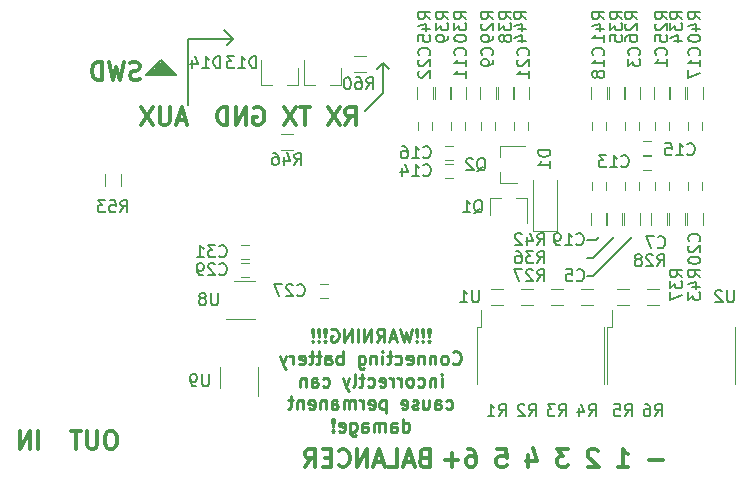
<source format=gbr>
G04 #@! TF.FileFunction,Legend,Bot*
%FSLAX46Y46*%
G04 Gerber Fmt 4.6, Leading zero omitted, Abs format (unit mm)*
G04 Created by KiCad (PCBNEW 4.0.7) date 05/04/18 22:17:41*
%MOMM*%
%LPD*%
G01*
G04 APERTURE LIST*
%ADD10C,0.100000*%
%ADD11C,0.200000*%
%ADD12C,0.250000*%
%ADD13C,0.300000*%
%ADD14C,0.120000*%
%ADD15C,0.150000*%
G04 APERTURE END LIST*
D10*
D11*
X93472000Y-60960000D02*
X92964000Y-60960000D01*
X96774000Y-57658000D02*
X93472000Y-60960000D01*
X93472000Y-59436000D02*
X92964000Y-59436000D01*
X95250000Y-57658000D02*
X93472000Y-59436000D01*
X93726000Y-57912000D02*
X92964000Y-57912000D01*
X93980000Y-57658000D02*
X93726000Y-57912000D01*
X62992000Y-40894000D02*
X62484000Y-40386000D01*
X62992000Y-40894000D02*
X62484000Y-41402000D01*
X62992000Y-40894000D02*
X62230000Y-40132000D01*
X59182000Y-40894000D02*
X62992000Y-40894000D01*
X59182000Y-46482000D02*
X59182000Y-40894000D01*
D12*
X79599811Y-66442857D02*
X79547430Y-66495238D01*
X79599811Y-66547619D01*
X79652192Y-66495238D01*
X79599811Y-66442857D01*
X79599811Y-66547619D01*
X79599811Y-66128571D02*
X79652192Y-65500000D01*
X79599811Y-65447619D01*
X79547430Y-65500000D01*
X79599811Y-66128571D01*
X79599811Y-65447619D01*
X79076001Y-66442857D02*
X79023620Y-66495238D01*
X79076001Y-66547619D01*
X79128382Y-66495238D01*
X79076001Y-66442857D01*
X79076001Y-66547619D01*
X79076001Y-66128571D02*
X79128382Y-65500000D01*
X79076001Y-65447619D01*
X79023620Y-65500000D01*
X79076001Y-66128571D01*
X79076001Y-65447619D01*
X78552191Y-66442857D02*
X78499810Y-66495238D01*
X78552191Y-66547619D01*
X78604572Y-66495238D01*
X78552191Y-66442857D01*
X78552191Y-66547619D01*
X78552191Y-66128571D02*
X78604572Y-65500000D01*
X78552191Y-65447619D01*
X78499810Y-65500000D01*
X78552191Y-66128571D01*
X78552191Y-65447619D01*
X78133143Y-65447619D02*
X77871238Y-66547619D01*
X77661715Y-65761905D01*
X77452191Y-66547619D01*
X77190286Y-65447619D01*
X76823619Y-66233333D02*
X76299810Y-66233333D01*
X76928381Y-66547619D02*
X76561714Y-65447619D01*
X76195048Y-66547619D01*
X75199810Y-66547619D02*
X75566476Y-66023810D01*
X75828381Y-66547619D02*
X75828381Y-65447619D01*
X75409334Y-65447619D01*
X75304572Y-65500000D01*
X75252191Y-65552381D01*
X75199810Y-65657143D01*
X75199810Y-65814286D01*
X75252191Y-65919048D01*
X75304572Y-65971429D01*
X75409334Y-66023810D01*
X75828381Y-66023810D01*
X74728381Y-66547619D02*
X74728381Y-65447619D01*
X74099810Y-66547619D01*
X74099810Y-65447619D01*
X73576000Y-66547619D02*
X73576000Y-65447619D01*
X73052190Y-66547619D02*
X73052190Y-65447619D01*
X72423619Y-66547619D01*
X72423619Y-65447619D01*
X71323619Y-65500000D02*
X71428381Y-65447619D01*
X71585524Y-65447619D01*
X71742666Y-65500000D01*
X71847428Y-65604762D01*
X71899809Y-65709524D01*
X71952190Y-65919048D01*
X71952190Y-66076190D01*
X71899809Y-66285714D01*
X71847428Y-66390476D01*
X71742666Y-66495238D01*
X71585524Y-66547619D01*
X71480762Y-66547619D01*
X71323619Y-66495238D01*
X71271238Y-66442857D01*
X71271238Y-66076190D01*
X71480762Y-66076190D01*
X70799809Y-66442857D02*
X70747428Y-66495238D01*
X70799809Y-66547619D01*
X70852190Y-66495238D01*
X70799809Y-66442857D01*
X70799809Y-66547619D01*
X70799809Y-66128571D02*
X70852190Y-65500000D01*
X70799809Y-65447619D01*
X70747428Y-65500000D01*
X70799809Y-66128571D01*
X70799809Y-65447619D01*
X70275999Y-66442857D02*
X70223618Y-66495238D01*
X70275999Y-66547619D01*
X70328380Y-66495238D01*
X70275999Y-66442857D01*
X70275999Y-66547619D01*
X70275999Y-66128571D02*
X70328380Y-65500000D01*
X70275999Y-65447619D01*
X70223618Y-65500000D01*
X70275999Y-66128571D01*
X70275999Y-65447619D01*
X69752189Y-66442857D02*
X69699808Y-66495238D01*
X69752189Y-66547619D01*
X69804570Y-66495238D01*
X69752189Y-66442857D01*
X69752189Y-66547619D01*
X69752189Y-66128571D02*
X69804570Y-65500000D01*
X69752189Y-65447619D01*
X69699808Y-65500000D01*
X69752189Y-66128571D01*
X69752189Y-65447619D01*
X81616475Y-68342857D02*
X81668856Y-68395238D01*
X81825999Y-68447619D01*
X81930761Y-68447619D01*
X82087903Y-68395238D01*
X82192665Y-68290476D01*
X82245046Y-68185714D01*
X82297427Y-67976190D01*
X82297427Y-67819048D01*
X82245046Y-67609524D01*
X82192665Y-67504762D01*
X82087903Y-67400000D01*
X81930761Y-67347619D01*
X81825999Y-67347619D01*
X81668856Y-67400000D01*
X81616475Y-67452381D01*
X80987903Y-68447619D02*
X81092665Y-68395238D01*
X81145046Y-68342857D01*
X81197427Y-68238095D01*
X81197427Y-67923810D01*
X81145046Y-67819048D01*
X81092665Y-67766667D01*
X80987903Y-67714286D01*
X80830761Y-67714286D01*
X80725999Y-67766667D01*
X80673618Y-67819048D01*
X80621237Y-67923810D01*
X80621237Y-68238095D01*
X80673618Y-68342857D01*
X80725999Y-68395238D01*
X80830761Y-68447619D01*
X80987903Y-68447619D01*
X80149808Y-67714286D02*
X80149808Y-68447619D01*
X80149808Y-67819048D02*
X80097427Y-67766667D01*
X79992665Y-67714286D01*
X79835523Y-67714286D01*
X79730761Y-67766667D01*
X79678380Y-67871429D01*
X79678380Y-68447619D01*
X79154570Y-67714286D02*
X79154570Y-68447619D01*
X79154570Y-67819048D02*
X79102189Y-67766667D01*
X78997427Y-67714286D01*
X78840285Y-67714286D01*
X78735523Y-67766667D01*
X78683142Y-67871429D01*
X78683142Y-68447619D01*
X77740285Y-68395238D02*
X77845047Y-68447619D01*
X78054570Y-68447619D01*
X78159332Y-68395238D01*
X78211713Y-68290476D01*
X78211713Y-67871429D01*
X78159332Y-67766667D01*
X78054570Y-67714286D01*
X77845047Y-67714286D01*
X77740285Y-67766667D01*
X77687904Y-67871429D01*
X77687904Y-67976190D01*
X78211713Y-68080952D01*
X76745047Y-68395238D02*
X76849809Y-68447619D01*
X77059332Y-68447619D01*
X77164094Y-68395238D01*
X77216475Y-68342857D01*
X77268856Y-68238095D01*
X77268856Y-67923810D01*
X77216475Y-67819048D01*
X77164094Y-67766667D01*
X77059332Y-67714286D01*
X76849809Y-67714286D01*
X76745047Y-67766667D01*
X76430761Y-67714286D02*
X76011713Y-67714286D01*
X76273618Y-67347619D02*
X76273618Y-68290476D01*
X76221237Y-68395238D01*
X76116475Y-68447619D01*
X76011713Y-68447619D01*
X75645047Y-68447619D02*
X75645047Y-67714286D01*
X75645047Y-67347619D02*
X75697428Y-67400000D01*
X75645047Y-67452381D01*
X75592666Y-67400000D01*
X75645047Y-67347619D01*
X75645047Y-67452381D01*
X75121237Y-67714286D02*
X75121237Y-68447619D01*
X75121237Y-67819048D02*
X75068856Y-67766667D01*
X74964094Y-67714286D01*
X74806952Y-67714286D01*
X74702190Y-67766667D01*
X74649809Y-67871429D01*
X74649809Y-68447619D01*
X73654571Y-67714286D02*
X73654571Y-68604762D01*
X73706952Y-68709524D01*
X73759333Y-68761905D01*
X73864094Y-68814286D01*
X74021237Y-68814286D01*
X74125999Y-68761905D01*
X73654571Y-68395238D02*
X73759333Y-68447619D01*
X73968856Y-68447619D01*
X74073618Y-68395238D01*
X74125999Y-68342857D01*
X74178380Y-68238095D01*
X74178380Y-67923810D01*
X74125999Y-67819048D01*
X74073618Y-67766667D01*
X73968856Y-67714286D01*
X73759333Y-67714286D01*
X73654571Y-67766667D01*
X72292666Y-68447619D02*
X72292666Y-67347619D01*
X72292666Y-67766667D02*
X72187904Y-67714286D01*
X71978381Y-67714286D01*
X71873619Y-67766667D01*
X71821238Y-67819048D01*
X71768857Y-67923810D01*
X71768857Y-68238095D01*
X71821238Y-68342857D01*
X71873619Y-68395238D01*
X71978381Y-68447619D01*
X72187904Y-68447619D01*
X72292666Y-68395238D01*
X70826000Y-68447619D02*
X70826000Y-67871429D01*
X70878381Y-67766667D01*
X70983143Y-67714286D01*
X71192666Y-67714286D01*
X71297428Y-67766667D01*
X70826000Y-68395238D02*
X70930762Y-68447619D01*
X71192666Y-68447619D01*
X71297428Y-68395238D01*
X71349809Y-68290476D01*
X71349809Y-68185714D01*
X71297428Y-68080952D01*
X71192666Y-68028571D01*
X70930762Y-68028571D01*
X70826000Y-67976190D01*
X70459333Y-67714286D02*
X70040285Y-67714286D01*
X70302190Y-67347619D02*
X70302190Y-68290476D01*
X70249809Y-68395238D01*
X70145047Y-68447619D01*
X70040285Y-68447619D01*
X69830762Y-67714286D02*
X69411714Y-67714286D01*
X69673619Y-67347619D02*
X69673619Y-68290476D01*
X69621238Y-68395238D01*
X69516476Y-68447619D01*
X69411714Y-68447619D01*
X68626001Y-68395238D02*
X68730763Y-68447619D01*
X68940286Y-68447619D01*
X69045048Y-68395238D01*
X69097429Y-68290476D01*
X69097429Y-67871429D01*
X69045048Y-67766667D01*
X68940286Y-67714286D01*
X68730763Y-67714286D01*
X68626001Y-67766667D01*
X68573620Y-67871429D01*
X68573620Y-67976190D01*
X69097429Y-68080952D01*
X68102191Y-68447619D02*
X68102191Y-67714286D01*
X68102191Y-67923810D02*
X68049810Y-67819048D01*
X67997429Y-67766667D01*
X67892667Y-67714286D01*
X67787906Y-67714286D01*
X67526001Y-67714286D02*
X67264096Y-68447619D01*
X67002192Y-67714286D02*
X67264096Y-68447619D01*
X67368858Y-68709524D01*
X67421239Y-68761905D01*
X67526001Y-68814286D01*
X80673617Y-70347619D02*
X80673617Y-69614286D01*
X80673617Y-69247619D02*
X80725998Y-69300000D01*
X80673617Y-69352381D01*
X80621236Y-69300000D01*
X80673617Y-69247619D01*
X80673617Y-69352381D01*
X80149807Y-69614286D02*
X80149807Y-70347619D01*
X80149807Y-69719048D02*
X80097426Y-69666667D01*
X79992664Y-69614286D01*
X79835522Y-69614286D01*
X79730760Y-69666667D01*
X79678379Y-69771429D01*
X79678379Y-70347619D01*
X78683141Y-70295238D02*
X78787903Y-70347619D01*
X78997426Y-70347619D01*
X79102188Y-70295238D01*
X79154569Y-70242857D01*
X79206950Y-70138095D01*
X79206950Y-69823810D01*
X79154569Y-69719048D01*
X79102188Y-69666667D01*
X78997426Y-69614286D01*
X78787903Y-69614286D01*
X78683141Y-69666667D01*
X78054569Y-70347619D02*
X78159331Y-70295238D01*
X78211712Y-70242857D01*
X78264093Y-70138095D01*
X78264093Y-69823810D01*
X78211712Y-69719048D01*
X78159331Y-69666667D01*
X78054569Y-69614286D01*
X77897427Y-69614286D01*
X77792665Y-69666667D01*
X77740284Y-69719048D01*
X77687903Y-69823810D01*
X77687903Y-70138095D01*
X77740284Y-70242857D01*
X77792665Y-70295238D01*
X77897427Y-70347619D01*
X78054569Y-70347619D01*
X77216474Y-70347619D02*
X77216474Y-69614286D01*
X77216474Y-69823810D02*
X77164093Y-69719048D01*
X77111712Y-69666667D01*
X77006950Y-69614286D01*
X76902189Y-69614286D01*
X76535522Y-70347619D02*
X76535522Y-69614286D01*
X76535522Y-69823810D02*
X76483141Y-69719048D01*
X76430760Y-69666667D01*
X76325998Y-69614286D01*
X76221237Y-69614286D01*
X75435523Y-70295238D02*
X75540285Y-70347619D01*
X75749808Y-70347619D01*
X75854570Y-70295238D01*
X75906951Y-70190476D01*
X75906951Y-69771429D01*
X75854570Y-69666667D01*
X75749808Y-69614286D01*
X75540285Y-69614286D01*
X75435523Y-69666667D01*
X75383142Y-69771429D01*
X75383142Y-69876190D01*
X75906951Y-69980952D01*
X74440285Y-70295238D02*
X74545047Y-70347619D01*
X74754570Y-70347619D01*
X74859332Y-70295238D01*
X74911713Y-70242857D01*
X74964094Y-70138095D01*
X74964094Y-69823810D01*
X74911713Y-69719048D01*
X74859332Y-69666667D01*
X74754570Y-69614286D01*
X74545047Y-69614286D01*
X74440285Y-69666667D01*
X74125999Y-69614286D02*
X73706951Y-69614286D01*
X73968856Y-69247619D02*
X73968856Y-70190476D01*
X73916475Y-70295238D01*
X73811713Y-70347619D01*
X73706951Y-70347619D01*
X73183142Y-70347619D02*
X73287904Y-70295238D01*
X73340285Y-70190476D01*
X73340285Y-69247619D01*
X72868857Y-69614286D02*
X72606952Y-70347619D01*
X72345048Y-69614286D02*
X72606952Y-70347619D01*
X72711714Y-70609524D01*
X72764095Y-70661905D01*
X72868857Y-70714286D01*
X70616477Y-70295238D02*
X70721239Y-70347619D01*
X70930762Y-70347619D01*
X71035524Y-70295238D01*
X71087905Y-70242857D01*
X71140286Y-70138095D01*
X71140286Y-69823810D01*
X71087905Y-69719048D01*
X71035524Y-69666667D01*
X70930762Y-69614286D01*
X70721239Y-69614286D01*
X70616477Y-69666667D01*
X69673620Y-70347619D02*
X69673620Y-69771429D01*
X69726001Y-69666667D01*
X69830763Y-69614286D01*
X70040286Y-69614286D01*
X70145048Y-69666667D01*
X69673620Y-70295238D02*
X69778382Y-70347619D01*
X70040286Y-70347619D01*
X70145048Y-70295238D01*
X70197429Y-70190476D01*
X70197429Y-70085714D01*
X70145048Y-69980952D01*
X70040286Y-69928571D01*
X69778382Y-69928571D01*
X69673620Y-69876190D01*
X69149810Y-69614286D02*
X69149810Y-70347619D01*
X69149810Y-69719048D02*
X69097429Y-69666667D01*
X68992667Y-69614286D01*
X68835525Y-69614286D01*
X68730763Y-69666667D01*
X68678382Y-69771429D01*
X68678382Y-70347619D01*
X81066475Y-72195238D02*
X81171237Y-72247619D01*
X81380760Y-72247619D01*
X81485522Y-72195238D01*
X81537903Y-72142857D01*
X81590284Y-72038095D01*
X81590284Y-71723810D01*
X81537903Y-71619048D01*
X81485522Y-71566667D01*
X81380760Y-71514286D01*
X81171237Y-71514286D01*
X81066475Y-71566667D01*
X80123618Y-72247619D02*
X80123618Y-71671429D01*
X80175999Y-71566667D01*
X80280761Y-71514286D01*
X80490284Y-71514286D01*
X80595046Y-71566667D01*
X80123618Y-72195238D02*
X80228380Y-72247619D01*
X80490284Y-72247619D01*
X80595046Y-72195238D01*
X80647427Y-72090476D01*
X80647427Y-71985714D01*
X80595046Y-71880952D01*
X80490284Y-71828571D01*
X80228380Y-71828571D01*
X80123618Y-71776190D01*
X79128380Y-71514286D02*
X79128380Y-72247619D01*
X79599808Y-71514286D02*
X79599808Y-72090476D01*
X79547427Y-72195238D01*
X79442665Y-72247619D01*
X79285523Y-72247619D01*
X79180761Y-72195238D01*
X79128380Y-72142857D01*
X78656951Y-72195238D02*
X78552189Y-72247619D01*
X78342665Y-72247619D01*
X78237904Y-72195238D01*
X78185523Y-72090476D01*
X78185523Y-72038095D01*
X78237904Y-71933333D01*
X78342665Y-71880952D01*
X78499808Y-71880952D01*
X78604570Y-71828571D01*
X78656951Y-71723810D01*
X78656951Y-71671429D01*
X78604570Y-71566667D01*
X78499808Y-71514286D01*
X78342665Y-71514286D01*
X78237904Y-71566667D01*
X77295047Y-72195238D02*
X77399809Y-72247619D01*
X77609332Y-72247619D01*
X77714094Y-72195238D01*
X77766475Y-72090476D01*
X77766475Y-71671429D01*
X77714094Y-71566667D01*
X77609332Y-71514286D01*
X77399809Y-71514286D01*
X77295047Y-71566667D01*
X77242666Y-71671429D01*
X77242666Y-71776190D01*
X77766475Y-71880952D01*
X75933142Y-71514286D02*
X75933142Y-72614286D01*
X75933142Y-71566667D02*
X75828380Y-71514286D01*
X75618857Y-71514286D01*
X75514095Y-71566667D01*
X75461714Y-71619048D01*
X75409333Y-71723810D01*
X75409333Y-72038095D01*
X75461714Y-72142857D01*
X75514095Y-72195238D01*
X75618857Y-72247619D01*
X75828380Y-72247619D01*
X75933142Y-72195238D01*
X74518857Y-72195238D02*
X74623619Y-72247619D01*
X74833142Y-72247619D01*
X74937904Y-72195238D01*
X74990285Y-72090476D01*
X74990285Y-71671429D01*
X74937904Y-71566667D01*
X74833142Y-71514286D01*
X74623619Y-71514286D01*
X74518857Y-71566667D01*
X74466476Y-71671429D01*
X74466476Y-71776190D01*
X74990285Y-71880952D01*
X73995047Y-72247619D02*
X73995047Y-71514286D01*
X73995047Y-71723810D02*
X73942666Y-71619048D01*
X73890285Y-71566667D01*
X73785523Y-71514286D01*
X73680762Y-71514286D01*
X73314095Y-72247619D02*
X73314095Y-71514286D01*
X73314095Y-71619048D02*
X73261714Y-71566667D01*
X73156952Y-71514286D01*
X72999810Y-71514286D01*
X72895048Y-71566667D01*
X72842667Y-71671429D01*
X72842667Y-72247619D01*
X72842667Y-71671429D02*
X72790286Y-71566667D01*
X72685524Y-71514286D01*
X72528381Y-71514286D01*
X72423619Y-71566667D01*
X72371238Y-71671429D01*
X72371238Y-72247619D01*
X71376000Y-72247619D02*
X71376000Y-71671429D01*
X71428381Y-71566667D01*
X71533143Y-71514286D01*
X71742666Y-71514286D01*
X71847428Y-71566667D01*
X71376000Y-72195238D02*
X71480762Y-72247619D01*
X71742666Y-72247619D01*
X71847428Y-72195238D01*
X71899809Y-72090476D01*
X71899809Y-71985714D01*
X71847428Y-71880952D01*
X71742666Y-71828571D01*
X71480762Y-71828571D01*
X71376000Y-71776190D01*
X70852190Y-71514286D02*
X70852190Y-72247619D01*
X70852190Y-71619048D02*
X70799809Y-71566667D01*
X70695047Y-71514286D01*
X70537905Y-71514286D01*
X70433143Y-71566667D01*
X70380762Y-71671429D01*
X70380762Y-72247619D01*
X69437905Y-72195238D02*
X69542667Y-72247619D01*
X69752190Y-72247619D01*
X69856952Y-72195238D01*
X69909333Y-72090476D01*
X69909333Y-71671429D01*
X69856952Y-71566667D01*
X69752190Y-71514286D01*
X69542667Y-71514286D01*
X69437905Y-71566667D01*
X69385524Y-71671429D01*
X69385524Y-71776190D01*
X69909333Y-71880952D01*
X68914095Y-71514286D02*
X68914095Y-72247619D01*
X68914095Y-71619048D02*
X68861714Y-71566667D01*
X68756952Y-71514286D01*
X68599810Y-71514286D01*
X68495048Y-71566667D01*
X68442667Y-71671429D01*
X68442667Y-72247619D01*
X68076000Y-71514286D02*
X67656952Y-71514286D01*
X67918857Y-71147619D02*
X67918857Y-72090476D01*
X67866476Y-72195238D01*
X67761714Y-72247619D01*
X67656952Y-72247619D01*
X77399810Y-74147619D02*
X77399810Y-73047619D01*
X77399810Y-74095238D02*
X77504572Y-74147619D01*
X77714095Y-74147619D01*
X77818857Y-74095238D01*
X77871238Y-74042857D01*
X77923619Y-73938095D01*
X77923619Y-73623810D01*
X77871238Y-73519048D01*
X77818857Y-73466667D01*
X77714095Y-73414286D01*
X77504572Y-73414286D01*
X77399810Y-73466667D01*
X76404572Y-74147619D02*
X76404572Y-73571429D01*
X76456953Y-73466667D01*
X76561715Y-73414286D01*
X76771238Y-73414286D01*
X76876000Y-73466667D01*
X76404572Y-74095238D02*
X76509334Y-74147619D01*
X76771238Y-74147619D01*
X76876000Y-74095238D01*
X76928381Y-73990476D01*
X76928381Y-73885714D01*
X76876000Y-73780952D01*
X76771238Y-73728571D01*
X76509334Y-73728571D01*
X76404572Y-73676190D01*
X75880762Y-74147619D02*
X75880762Y-73414286D01*
X75880762Y-73519048D02*
X75828381Y-73466667D01*
X75723619Y-73414286D01*
X75566477Y-73414286D01*
X75461715Y-73466667D01*
X75409334Y-73571429D01*
X75409334Y-74147619D01*
X75409334Y-73571429D02*
X75356953Y-73466667D01*
X75252191Y-73414286D01*
X75095048Y-73414286D01*
X74990286Y-73466667D01*
X74937905Y-73571429D01*
X74937905Y-74147619D01*
X73942667Y-74147619D02*
X73942667Y-73571429D01*
X73995048Y-73466667D01*
X74099810Y-73414286D01*
X74309333Y-73414286D01*
X74414095Y-73466667D01*
X73942667Y-74095238D02*
X74047429Y-74147619D01*
X74309333Y-74147619D01*
X74414095Y-74095238D01*
X74466476Y-73990476D01*
X74466476Y-73885714D01*
X74414095Y-73780952D01*
X74309333Y-73728571D01*
X74047429Y-73728571D01*
X73942667Y-73676190D01*
X72947429Y-73414286D02*
X72947429Y-74304762D01*
X72999810Y-74409524D01*
X73052191Y-74461905D01*
X73156952Y-74514286D01*
X73314095Y-74514286D01*
X73418857Y-74461905D01*
X72947429Y-74095238D02*
X73052191Y-74147619D01*
X73261714Y-74147619D01*
X73366476Y-74095238D01*
X73418857Y-74042857D01*
X73471238Y-73938095D01*
X73471238Y-73623810D01*
X73418857Y-73519048D01*
X73366476Y-73466667D01*
X73261714Y-73414286D01*
X73052191Y-73414286D01*
X72947429Y-73466667D01*
X72004572Y-74095238D02*
X72109334Y-74147619D01*
X72318857Y-74147619D01*
X72423619Y-74095238D01*
X72476000Y-73990476D01*
X72476000Y-73571429D01*
X72423619Y-73466667D01*
X72318857Y-73414286D01*
X72109334Y-73414286D01*
X72004572Y-73466667D01*
X71952191Y-73571429D01*
X71952191Y-73676190D01*
X72476000Y-73780952D01*
X71480762Y-74042857D02*
X71428381Y-74095238D01*
X71480762Y-74147619D01*
X71533143Y-74095238D01*
X71480762Y-74042857D01*
X71480762Y-74147619D01*
X71480762Y-73728571D02*
X71533143Y-73100000D01*
X71480762Y-73047619D01*
X71428381Y-73100000D01*
X71480762Y-73728571D01*
X71480762Y-73047619D01*
D11*
X56134000Y-43942000D02*
X55880000Y-43688000D01*
X56388000Y-43942000D02*
X56134000Y-43942000D01*
X56134000Y-43688000D02*
X56388000Y-43942000D01*
X56388000Y-43434000D02*
X56134000Y-43688000D01*
X56896000Y-43942000D02*
X56388000Y-43434000D01*
X56642000Y-43942000D02*
X56896000Y-43942000D01*
X56134000Y-43434000D02*
X56642000Y-43942000D01*
X56388000Y-43180000D02*
X56134000Y-43434000D01*
X57150000Y-43942000D02*
X56388000Y-43180000D01*
X57404000Y-43942000D02*
X57150000Y-43942000D01*
X56642000Y-43180000D02*
X57404000Y-43942000D01*
X56896000Y-42926000D02*
X56642000Y-43180000D01*
X57912000Y-43942000D02*
X56896000Y-42926000D01*
X57658000Y-43942000D02*
X57912000Y-43942000D01*
X56642000Y-42926000D02*
X57658000Y-43942000D01*
X56896000Y-42672000D02*
X56642000Y-42926000D01*
X58166000Y-43942000D02*
X56896000Y-42672000D01*
X55626000Y-43942000D02*
X58166000Y-43942000D01*
X56896000Y-42672000D02*
X55626000Y-43942000D01*
D13*
X55121714Y-44295143D02*
X54907428Y-44366571D01*
X54550285Y-44366571D01*
X54407428Y-44295143D01*
X54335999Y-44223714D01*
X54264571Y-44080857D01*
X54264571Y-43938000D01*
X54335999Y-43795143D01*
X54407428Y-43723714D01*
X54550285Y-43652286D01*
X54835999Y-43580857D01*
X54978857Y-43509429D01*
X55050285Y-43438000D01*
X55121714Y-43295143D01*
X55121714Y-43152286D01*
X55050285Y-43009429D01*
X54978857Y-42938000D01*
X54835999Y-42866571D01*
X54478857Y-42866571D01*
X54264571Y-42938000D01*
X53764571Y-42866571D02*
X53407428Y-44366571D01*
X53121714Y-43295143D01*
X52836000Y-44366571D01*
X52478857Y-42866571D01*
X51907428Y-44366571D02*
X51907428Y-42866571D01*
X51550285Y-42866571D01*
X51336000Y-42938000D01*
X51193142Y-43080857D01*
X51121714Y-43223714D01*
X51050285Y-43509429D01*
X51050285Y-43723714D01*
X51121714Y-44009429D01*
X51193142Y-44152286D01*
X51336000Y-44295143D01*
X51550285Y-44366571D01*
X51907428Y-44366571D01*
X59007143Y-47748000D02*
X58292857Y-47748000D01*
X59150000Y-48176571D02*
X58650000Y-46676571D01*
X58150000Y-48176571D01*
X57650000Y-46676571D02*
X57650000Y-47890857D01*
X57578572Y-48033714D01*
X57507143Y-48105143D01*
X57364286Y-48176571D01*
X57078572Y-48176571D01*
X56935714Y-48105143D01*
X56864286Y-48033714D01*
X56792857Y-47890857D01*
X56792857Y-46676571D01*
X56221428Y-46676571D02*
X55221428Y-48176571D01*
X55221428Y-46676571D02*
X56221428Y-48176571D01*
D11*
X75692000Y-42926000D02*
X76200000Y-43434000D01*
X75692000Y-42926000D02*
X75184000Y-43434000D01*
X75692000Y-45466000D02*
X75692000Y-42926000D01*
X74168000Y-46990000D02*
X75692000Y-45466000D01*
D13*
X72528285Y-48176571D02*
X73028285Y-47462286D01*
X73385428Y-48176571D02*
X73385428Y-46676571D01*
X72814000Y-46676571D01*
X72671142Y-46748000D01*
X72599714Y-46819429D01*
X72528285Y-46962286D01*
X72528285Y-47176571D01*
X72599714Y-47319429D01*
X72671142Y-47390857D01*
X72814000Y-47462286D01*
X73385428Y-47462286D01*
X72028285Y-46676571D02*
X71028285Y-48176571D01*
X71028285Y-46676571D02*
X72028285Y-48176571D01*
X69528286Y-46676571D02*
X68671143Y-46676571D01*
X69099714Y-48176571D02*
X69099714Y-46676571D01*
X68314000Y-46676571D02*
X67314000Y-48176571D01*
X67314000Y-46676571D02*
X68314000Y-48176571D01*
X64814001Y-46748000D02*
X64956858Y-46676571D01*
X65171144Y-46676571D01*
X65385429Y-46748000D01*
X65528287Y-46890857D01*
X65599715Y-47033714D01*
X65671144Y-47319429D01*
X65671144Y-47533714D01*
X65599715Y-47819429D01*
X65528287Y-47962286D01*
X65385429Y-48105143D01*
X65171144Y-48176571D01*
X65028287Y-48176571D01*
X64814001Y-48105143D01*
X64742572Y-48033714D01*
X64742572Y-47533714D01*
X65028287Y-47533714D01*
X64099715Y-48176571D02*
X64099715Y-46676571D01*
X63242572Y-48176571D01*
X63242572Y-46676571D01*
X62528286Y-48176571D02*
X62528286Y-46676571D01*
X62171143Y-46676571D01*
X61956858Y-46748000D01*
X61814000Y-46890857D01*
X61742572Y-47033714D01*
X61671143Y-47319429D01*
X61671143Y-47533714D01*
X61742572Y-47819429D01*
X61814000Y-47962286D01*
X61956858Y-48105143D01*
X62171143Y-48176571D01*
X62528286Y-48176571D01*
X79172000Y-76346857D02*
X78957714Y-76418286D01*
X78886286Y-76489714D01*
X78814857Y-76632571D01*
X78814857Y-76846857D01*
X78886286Y-76989714D01*
X78957714Y-77061143D01*
X79100572Y-77132571D01*
X79672000Y-77132571D01*
X79672000Y-75632571D01*
X79172000Y-75632571D01*
X79029143Y-75704000D01*
X78957714Y-75775429D01*
X78886286Y-75918286D01*
X78886286Y-76061143D01*
X78957714Y-76204000D01*
X79029143Y-76275429D01*
X79172000Y-76346857D01*
X79672000Y-76346857D01*
X78243429Y-76704000D02*
X77529143Y-76704000D01*
X78386286Y-77132571D02*
X77886286Y-75632571D01*
X77386286Y-77132571D01*
X76172000Y-77132571D02*
X76886286Y-77132571D01*
X76886286Y-75632571D01*
X75743429Y-76704000D02*
X75029143Y-76704000D01*
X75886286Y-77132571D02*
X75386286Y-75632571D01*
X74886286Y-77132571D01*
X74386286Y-77132571D02*
X74386286Y-75632571D01*
X73529143Y-77132571D01*
X73529143Y-75632571D01*
X71957714Y-76989714D02*
X72029143Y-77061143D01*
X72243429Y-77132571D01*
X72386286Y-77132571D01*
X72600571Y-77061143D01*
X72743429Y-76918286D01*
X72814857Y-76775429D01*
X72886286Y-76489714D01*
X72886286Y-76275429D01*
X72814857Y-75989714D01*
X72743429Y-75846857D01*
X72600571Y-75704000D01*
X72386286Y-75632571D01*
X72243429Y-75632571D01*
X72029143Y-75704000D01*
X71957714Y-75775429D01*
X71314857Y-76346857D02*
X70814857Y-76346857D01*
X70600571Y-77132571D02*
X71314857Y-77132571D01*
X71314857Y-75632571D01*
X70600571Y-75632571D01*
X69100571Y-77132571D02*
X69600571Y-76418286D01*
X69957714Y-77132571D02*
X69957714Y-75632571D01*
X69386286Y-75632571D01*
X69243428Y-75704000D01*
X69172000Y-75775429D01*
X69100571Y-75918286D01*
X69100571Y-76132571D01*
X69172000Y-76275429D01*
X69243428Y-76346857D01*
X69386286Y-76418286D01*
X69957714Y-76418286D01*
X99384284Y-76561143D02*
X98241427Y-76561143D01*
X95598570Y-77132571D02*
X96455713Y-77132571D01*
X96027141Y-77132571D02*
X96027141Y-75632571D01*
X96169998Y-75846857D01*
X96312856Y-75989714D01*
X96455713Y-76061143D01*
X93884285Y-75775429D02*
X93812856Y-75704000D01*
X93669999Y-75632571D01*
X93312856Y-75632571D01*
X93169999Y-75704000D01*
X93098570Y-75775429D01*
X93027142Y-75918286D01*
X93027142Y-76061143D01*
X93098570Y-76275429D01*
X93955713Y-77132571D01*
X93027142Y-77132571D01*
X91384285Y-75632571D02*
X90455714Y-75632571D01*
X90955714Y-76204000D01*
X90741428Y-76204000D01*
X90598571Y-76275429D01*
X90527142Y-76346857D01*
X90455714Y-76489714D01*
X90455714Y-76846857D01*
X90527142Y-76989714D01*
X90598571Y-77061143D01*
X90741428Y-77132571D01*
X91170000Y-77132571D01*
X91312857Y-77061143D01*
X91384285Y-76989714D01*
X88027143Y-76132571D02*
X88027143Y-77132571D01*
X88384286Y-75561143D02*
X88741429Y-76632571D01*
X87812857Y-76632571D01*
X85384286Y-75632571D02*
X86098572Y-75632571D01*
X86170001Y-76346857D01*
X86098572Y-76275429D01*
X85955715Y-76204000D01*
X85598572Y-76204000D01*
X85455715Y-76275429D01*
X85384286Y-76346857D01*
X85312858Y-76489714D01*
X85312858Y-76846857D01*
X85384286Y-76989714D01*
X85455715Y-77061143D01*
X85598572Y-77132571D01*
X85955715Y-77132571D01*
X86098572Y-77061143D01*
X86170001Y-76989714D01*
X82884287Y-75632571D02*
X83170001Y-75632571D01*
X83312858Y-75704000D01*
X83384287Y-75775429D01*
X83527144Y-75989714D01*
X83598573Y-76275429D01*
X83598573Y-76846857D01*
X83527144Y-76989714D01*
X83455716Y-77061143D01*
X83312858Y-77132571D01*
X83027144Y-77132571D01*
X82884287Y-77061143D01*
X82812858Y-76989714D01*
X82741430Y-76846857D01*
X82741430Y-76489714D01*
X82812858Y-76346857D01*
X82884287Y-76275429D01*
X83027144Y-76204000D01*
X83312858Y-76204000D01*
X83455716Y-76275429D01*
X83527144Y-76346857D01*
X83598573Y-76489714D01*
X82098573Y-76561143D02*
X80955716Y-76561143D01*
X81527145Y-77132571D02*
X81527145Y-75989714D01*
X52807715Y-74108571D02*
X52522001Y-74108571D01*
X52379143Y-74180000D01*
X52236286Y-74322857D01*
X52164858Y-74608571D01*
X52164858Y-75108571D01*
X52236286Y-75394286D01*
X52379143Y-75537143D01*
X52522001Y-75608571D01*
X52807715Y-75608571D01*
X52950572Y-75537143D01*
X53093429Y-75394286D01*
X53164858Y-75108571D01*
X53164858Y-74608571D01*
X53093429Y-74322857D01*
X52950572Y-74180000D01*
X52807715Y-74108571D01*
X51522000Y-74108571D02*
X51522000Y-75322857D01*
X51450572Y-75465714D01*
X51379143Y-75537143D01*
X51236286Y-75608571D01*
X50950572Y-75608571D01*
X50807714Y-75537143D01*
X50736286Y-75465714D01*
X50664857Y-75322857D01*
X50664857Y-74108571D01*
X50164857Y-74108571D02*
X49307714Y-74108571D01*
X49736285Y-75608571D02*
X49736285Y-74108571D01*
X46522000Y-75608571D02*
X46522000Y-74108571D01*
X45807714Y-75608571D02*
X45807714Y-74108571D01*
X44950571Y-75608571D01*
X44950571Y-74108571D01*
D14*
X98714000Y-47910000D02*
X98714000Y-48610000D01*
X99914000Y-48610000D02*
X99914000Y-47910000D01*
X96174000Y-47910000D02*
X96174000Y-48610000D01*
X97374000Y-48610000D02*
X97374000Y-47910000D01*
X97374000Y-53690000D02*
X97374000Y-52990000D01*
X96174000Y-52990000D02*
X96174000Y-53690000D01*
X99914000Y-53690000D02*
X99914000Y-52990000D01*
X98714000Y-52990000D02*
X98714000Y-53690000D01*
X83982000Y-47910000D02*
X83982000Y-48610000D01*
X85182000Y-48610000D02*
X85182000Y-47910000D01*
X81442000Y-47910000D02*
X81442000Y-48610000D01*
X82642000Y-48610000D02*
X82642000Y-47910000D01*
X98394000Y-50835000D02*
X97694000Y-50835000D01*
X97694000Y-52035000D02*
X98394000Y-52035000D01*
X81630000Y-51470000D02*
X80930000Y-51470000D01*
X80930000Y-52670000D02*
X81630000Y-52670000D01*
X97694000Y-50765000D02*
X98394000Y-50765000D01*
X98394000Y-49565000D02*
X97694000Y-49565000D01*
X80930000Y-51146000D02*
X81630000Y-51146000D01*
X81630000Y-49946000D02*
X80930000Y-49946000D01*
X102708000Y-48610000D02*
X102708000Y-47910000D01*
X101508000Y-47910000D02*
X101508000Y-48610000D01*
X94580000Y-48610000D02*
X94580000Y-47910000D01*
X93380000Y-47910000D02*
X93380000Y-48610000D01*
X93380000Y-52990000D02*
X93380000Y-53690000D01*
X94580000Y-53690000D02*
X94580000Y-52990000D01*
X101508000Y-52990000D02*
X101508000Y-53690000D01*
X102708000Y-53690000D02*
X102708000Y-52990000D01*
X87976000Y-48610000D02*
X87976000Y-47910000D01*
X86776000Y-47910000D02*
X86776000Y-48610000D01*
X79848000Y-48610000D02*
X79848000Y-47910000D01*
X78648000Y-47910000D02*
X78648000Y-48610000D01*
X71089000Y-61630000D02*
X70389000Y-61630000D01*
X70389000Y-62830000D02*
X71089000Y-62830000D01*
X64358000Y-59852000D02*
X63658000Y-59852000D01*
X63658000Y-61052000D02*
X64358000Y-61052000D01*
X63658000Y-59528000D02*
X64358000Y-59528000D01*
X64358000Y-58328000D02*
X63658000Y-58328000D01*
X90408000Y-52860000D02*
X90408000Y-57160000D01*
X90408000Y-57160000D02*
X88408000Y-57160000D01*
X88408000Y-57160000D02*
X88408000Y-52860000D01*
X72192000Y-44829000D02*
X71262000Y-44829000D01*
X69032000Y-44829000D02*
X69962000Y-44829000D01*
X69032000Y-44829000D02*
X69032000Y-42669000D01*
X72192000Y-44829000D02*
X72192000Y-43369000D01*
X68509000Y-44829000D02*
X67579000Y-44829000D01*
X65349000Y-44829000D02*
X66279000Y-44829000D01*
X65349000Y-44829000D02*
X65349000Y-42669000D01*
X68509000Y-44829000D02*
X68509000Y-43369000D01*
X84780000Y-54358000D02*
X85710000Y-54358000D01*
X87940000Y-54358000D02*
X87010000Y-54358000D01*
X87940000Y-54358000D02*
X87940000Y-56518000D01*
X84780000Y-54358000D02*
X84780000Y-55818000D01*
X85600000Y-53142000D02*
X85600000Y-52212000D01*
X85600000Y-49982000D02*
X85600000Y-50912000D01*
X85600000Y-49982000D02*
X87760000Y-49982000D01*
X85600000Y-53142000D02*
X87060000Y-53142000D01*
X85844000Y-62058000D02*
X84844000Y-62058000D01*
X84844000Y-63418000D02*
X85844000Y-63418000D01*
X88384000Y-62058000D02*
X87384000Y-62058000D01*
X87384000Y-63418000D02*
X88384000Y-63418000D01*
X90924000Y-62058000D02*
X89924000Y-62058000D01*
X89924000Y-63418000D02*
X90924000Y-63418000D01*
X93464000Y-62058000D02*
X92464000Y-62058000D01*
X92464000Y-63418000D02*
X93464000Y-63418000D01*
X96512000Y-62058000D02*
X95512000Y-62058000D01*
X95512000Y-63418000D02*
X96512000Y-63418000D01*
X99052000Y-62058000D02*
X98052000Y-62058000D01*
X98052000Y-63418000D02*
X99052000Y-63418000D01*
X99994000Y-45966000D02*
X99994000Y-44966000D01*
X98634000Y-44966000D02*
X98634000Y-45966000D01*
X97454000Y-45966000D02*
X97454000Y-44966000D01*
X96094000Y-44966000D02*
X96094000Y-45966000D01*
X96094000Y-55634000D02*
X96094000Y-56634000D01*
X97454000Y-56634000D02*
X97454000Y-55634000D01*
X98380000Y-55634000D02*
X98380000Y-56634000D01*
X99740000Y-56634000D02*
X99740000Y-55634000D01*
X85262000Y-45966000D02*
X85262000Y-44966000D01*
X83902000Y-44966000D02*
X83902000Y-45966000D01*
X82722000Y-45966000D02*
X82722000Y-44966000D01*
X81362000Y-44966000D02*
X81362000Y-45966000D01*
X101264000Y-45966000D02*
X101264000Y-44966000D01*
X99904000Y-44966000D02*
X99904000Y-45966000D01*
X96184000Y-45966000D02*
X96184000Y-44966000D01*
X94824000Y-44966000D02*
X94824000Y-45966000D01*
X94570000Y-55634000D02*
X94570000Y-56634000D01*
X95930000Y-56634000D02*
X95930000Y-55634000D01*
X99904000Y-55634000D02*
X99904000Y-56634000D01*
X101264000Y-56634000D02*
X101264000Y-55634000D01*
X86786000Y-45966000D02*
X86786000Y-44966000D01*
X85426000Y-44966000D02*
X85426000Y-45966000D01*
X81452000Y-45966000D02*
X81452000Y-44966000D01*
X80092000Y-44966000D02*
X80092000Y-45966000D01*
X101428000Y-44966000D02*
X101428000Y-45966000D01*
X102788000Y-45966000D02*
X102788000Y-44966000D01*
X93300000Y-44966000D02*
X93300000Y-45966000D01*
X94660000Y-45966000D02*
X94660000Y-44966000D01*
X94660000Y-56634000D02*
X94660000Y-55634000D01*
X93300000Y-55634000D02*
X93300000Y-56634000D01*
X102788000Y-56634000D02*
X102788000Y-55634000D01*
X101428000Y-55634000D02*
X101428000Y-56634000D01*
X86696000Y-44966000D02*
X86696000Y-45966000D01*
X88056000Y-45966000D02*
X88056000Y-44966000D01*
X78568000Y-44966000D02*
X78568000Y-45966000D01*
X79928000Y-45966000D02*
X79928000Y-44966000D01*
X68064000Y-48977000D02*
X67064000Y-48977000D01*
X67064000Y-50337000D02*
X68064000Y-50337000D01*
X52152000Y-52332000D02*
X52152000Y-53332000D01*
X53512000Y-53332000D02*
X53512000Y-52332000D01*
X73287000Y-43733000D02*
X74287000Y-43733000D01*
X74287000Y-42373000D02*
X73287000Y-42373000D01*
X83627000Y-65291000D02*
X84027000Y-65291000D01*
X84027000Y-65291000D02*
X84027000Y-63891000D01*
X83627000Y-65291000D02*
X83627000Y-70091000D01*
X94427000Y-65291000D02*
X94427000Y-70091000D01*
X94676000Y-65291000D02*
X95076000Y-65291000D01*
X95076000Y-65291000D02*
X95076000Y-63891000D01*
X94676000Y-65291000D02*
X94676000Y-70091000D01*
X105476000Y-65291000D02*
X105476000Y-70091000D01*
X63108000Y-61382000D02*
X64908000Y-61382000D01*
X64908000Y-64602000D02*
X62458000Y-64602000D01*
X61890000Y-70496000D02*
X61890000Y-68696000D01*
X65110000Y-68696000D02*
X65110000Y-71146000D01*
D15*
X99671143Y-42251334D02*
X99718762Y-42203715D01*
X99766381Y-42060858D01*
X99766381Y-41965620D01*
X99718762Y-41822762D01*
X99623524Y-41727524D01*
X99528286Y-41679905D01*
X99337810Y-41632286D01*
X99194952Y-41632286D01*
X99004476Y-41679905D01*
X98909238Y-41727524D01*
X98814000Y-41822762D01*
X98766381Y-41965620D01*
X98766381Y-42060858D01*
X98814000Y-42203715D01*
X98861619Y-42251334D01*
X99766381Y-43203715D02*
X99766381Y-42632286D01*
X99766381Y-42918000D02*
X98766381Y-42918000D01*
X98909238Y-42822762D01*
X99004476Y-42727524D01*
X99052095Y-42632286D01*
X97385143Y-42251334D02*
X97432762Y-42203715D01*
X97480381Y-42060858D01*
X97480381Y-41965620D01*
X97432762Y-41822762D01*
X97337524Y-41727524D01*
X97242286Y-41679905D01*
X97051810Y-41632286D01*
X96908952Y-41632286D01*
X96718476Y-41679905D01*
X96623238Y-41727524D01*
X96528000Y-41822762D01*
X96480381Y-41965620D01*
X96480381Y-42060858D01*
X96528000Y-42203715D01*
X96575619Y-42251334D01*
X96480381Y-42584667D02*
X96480381Y-43203715D01*
X96861333Y-42870381D01*
X96861333Y-43013239D01*
X96908952Y-43108477D01*
X96956571Y-43156096D01*
X97051810Y-43203715D01*
X97289905Y-43203715D01*
X97385143Y-43156096D01*
X97432762Y-43108477D01*
X97480381Y-43013239D01*
X97480381Y-42727524D01*
X97432762Y-42632286D01*
X97385143Y-42584667D01*
X92114666Y-61317143D02*
X92162285Y-61364762D01*
X92305142Y-61412381D01*
X92400380Y-61412381D01*
X92543238Y-61364762D01*
X92638476Y-61269524D01*
X92686095Y-61174286D01*
X92733714Y-60983810D01*
X92733714Y-60840952D01*
X92686095Y-60650476D01*
X92638476Y-60555238D01*
X92543238Y-60460000D01*
X92400380Y-60412381D01*
X92305142Y-60412381D01*
X92162285Y-60460000D01*
X92114666Y-60507619D01*
X91209904Y-60412381D02*
X91686095Y-60412381D01*
X91733714Y-60888571D01*
X91686095Y-60840952D01*
X91590857Y-60793333D01*
X91352761Y-60793333D01*
X91257523Y-60840952D01*
X91209904Y-60888571D01*
X91162285Y-60983810D01*
X91162285Y-61221905D01*
X91209904Y-61317143D01*
X91257523Y-61364762D01*
X91352761Y-61412381D01*
X91590857Y-61412381D01*
X91686095Y-61364762D01*
X91733714Y-61317143D01*
X98972666Y-58523143D02*
X99020285Y-58570762D01*
X99163142Y-58618381D01*
X99258380Y-58618381D01*
X99401238Y-58570762D01*
X99496476Y-58475524D01*
X99544095Y-58380286D01*
X99591714Y-58189810D01*
X99591714Y-58046952D01*
X99544095Y-57856476D01*
X99496476Y-57761238D01*
X99401238Y-57666000D01*
X99258380Y-57618381D01*
X99163142Y-57618381D01*
X99020285Y-57666000D01*
X98972666Y-57713619D01*
X98639333Y-57618381D02*
X97972666Y-57618381D01*
X98401238Y-58618381D01*
X84939143Y-42251334D02*
X84986762Y-42203715D01*
X85034381Y-42060858D01*
X85034381Y-41965620D01*
X84986762Y-41822762D01*
X84891524Y-41727524D01*
X84796286Y-41679905D01*
X84605810Y-41632286D01*
X84462952Y-41632286D01*
X84272476Y-41679905D01*
X84177238Y-41727524D01*
X84082000Y-41822762D01*
X84034381Y-41965620D01*
X84034381Y-42060858D01*
X84082000Y-42203715D01*
X84129619Y-42251334D01*
X85034381Y-42727524D02*
X85034381Y-42918000D01*
X84986762Y-43013239D01*
X84939143Y-43060858D01*
X84796286Y-43156096D01*
X84605810Y-43203715D01*
X84224857Y-43203715D01*
X84129619Y-43156096D01*
X84082000Y-43108477D01*
X84034381Y-43013239D01*
X84034381Y-42822762D01*
X84082000Y-42727524D01*
X84129619Y-42679905D01*
X84224857Y-42632286D01*
X84462952Y-42632286D01*
X84558190Y-42679905D01*
X84605810Y-42727524D01*
X84653429Y-42822762D01*
X84653429Y-43013239D01*
X84605810Y-43108477D01*
X84558190Y-43156096D01*
X84462952Y-43203715D01*
X82653143Y-42283143D02*
X82700762Y-42235524D01*
X82748381Y-42092667D01*
X82748381Y-41997429D01*
X82700762Y-41854571D01*
X82605524Y-41759333D01*
X82510286Y-41711714D01*
X82319810Y-41664095D01*
X82176952Y-41664095D01*
X81986476Y-41711714D01*
X81891238Y-41759333D01*
X81796000Y-41854571D01*
X81748381Y-41997429D01*
X81748381Y-42092667D01*
X81796000Y-42235524D01*
X81843619Y-42283143D01*
X82748381Y-43235524D02*
X82748381Y-42664095D01*
X82748381Y-42949809D02*
X81748381Y-42949809D01*
X81891238Y-42854571D01*
X81986476Y-42759333D01*
X82034095Y-42664095D01*
X82748381Y-44187905D02*
X82748381Y-43616476D01*
X82748381Y-43902190D02*
X81748381Y-43902190D01*
X81891238Y-43806952D01*
X81986476Y-43711714D01*
X82034095Y-43616476D01*
X95892857Y-51665143D02*
X95940476Y-51712762D01*
X96083333Y-51760381D01*
X96178571Y-51760381D01*
X96321429Y-51712762D01*
X96416667Y-51617524D01*
X96464286Y-51522286D01*
X96511905Y-51331810D01*
X96511905Y-51188952D01*
X96464286Y-50998476D01*
X96416667Y-50903238D01*
X96321429Y-50808000D01*
X96178571Y-50760381D01*
X96083333Y-50760381D01*
X95940476Y-50808000D01*
X95892857Y-50855619D01*
X94940476Y-51760381D02*
X95511905Y-51760381D01*
X95226191Y-51760381D02*
X95226191Y-50760381D01*
X95321429Y-50903238D01*
X95416667Y-50998476D01*
X95511905Y-51046095D01*
X94607143Y-50760381D02*
X93988095Y-50760381D01*
X94321429Y-51141333D01*
X94178571Y-51141333D01*
X94083333Y-51188952D01*
X94035714Y-51236571D01*
X93988095Y-51331810D01*
X93988095Y-51569905D01*
X94035714Y-51665143D01*
X94083333Y-51712762D01*
X94178571Y-51760381D01*
X94464286Y-51760381D01*
X94559524Y-51712762D01*
X94607143Y-51665143D01*
X79128857Y-52427143D02*
X79176476Y-52474762D01*
X79319333Y-52522381D01*
X79414571Y-52522381D01*
X79557429Y-52474762D01*
X79652667Y-52379524D01*
X79700286Y-52284286D01*
X79747905Y-52093810D01*
X79747905Y-51950952D01*
X79700286Y-51760476D01*
X79652667Y-51665238D01*
X79557429Y-51570000D01*
X79414571Y-51522381D01*
X79319333Y-51522381D01*
X79176476Y-51570000D01*
X79128857Y-51617619D01*
X78176476Y-52522381D02*
X78747905Y-52522381D01*
X78462191Y-52522381D02*
X78462191Y-51522381D01*
X78557429Y-51665238D01*
X78652667Y-51760476D01*
X78747905Y-51808095D01*
X77319333Y-51855714D02*
X77319333Y-52522381D01*
X77557429Y-51474762D02*
X77795524Y-52189048D01*
X77176476Y-52189048D01*
X101480857Y-50649143D02*
X101528476Y-50696762D01*
X101671333Y-50744381D01*
X101766571Y-50744381D01*
X101909429Y-50696762D01*
X102004667Y-50601524D01*
X102052286Y-50506286D01*
X102099905Y-50315810D01*
X102099905Y-50172952D01*
X102052286Y-49982476D01*
X102004667Y-49887238D01*
X101909429Y-49792000D01*
X101766571Y-49744381D01*
X101671333Y-49744381D01*
X101528476Y-49792000D01*
X101480857Y-49839619D01*
X100528476Y-50744381D02*
X101099905Y-50744381D01*
X100814191Y-50744381D02*
X100814191Y-49744381D01*
X100909429Y-49887238D01*
X101004667Y-49982476D01*
X101099905Y-50030095D01*
X99623714Y-49744381D02*
X100099905Y-49744381D01*
X100147524Y-50220571D01*
X100099905Y-50172952D01*
X100004667Y-50125333D01*
X99766571Y-50125333D01*
X99671333Y-50172952D01*
X99623714Y-50220571D01*
X99576095Y-50315810D01*
X99576095Y-50553905D01*
X99623714Y-50649143D01*
X99671333Y-50696762D01*
X99766571Y-50744381D01*
X100004667Y-50744381D01*
X100099905Y-50696762D01*
X100147524Y-50649143D01*
X79128857Y-50903143D02*
X79176476Y-50950762D01*
X79319333Y-50998381D01*
X79414571Y-50998381D01*
X79557429Y-50950762D01*
X79652667Y-50855524D01*
X79700286Y-50760286D01*
X79747905Y-50569810D01*
X79747905Y-50426952D01*
X79700286Y-50236476D01*
X79652667Y-50141238D01*
X79557429Y-50046000D01*
X79414571Y-49998381D01*
X79319333Y-49998381D01*
X79176476Y-50046000D01*
X79128857Y-50093619D01*
X78176476Y-50998381D02*
X78747905Y-50998381D01*
X78462191Y-50998381D02*
X78462191Y-49998381D01*
X78557429Y-50141238D01*
X78652667Y-50236476D01*
X78747905Y-50284095D01*
X77319333Y-49998381D02*
X77509810Y-49998381D01*
X77605048Y-50046000D01*
X77652667Y-50093619D01*
X77747905Y-50236476D01*
X77795524Y-50426952D01*
X77795524Y-50807905D01*
X77747905Y-50903143D01*
X77700286Y-50950762D01*
X77605048Y-50998381D01*
X77414571Y-50998381D01*
X77319333Y-50950762D01*
X77271714Y-50903143D01*
X77224095Y-50807905D01*
X77224095Y-50569810D01*
X77271714Y-50474571D01*
X77319333Y-50426952D01*
X77414571Y-50379333D01*
X77605048Y-50379333D01*
X77700286Y-50426952D01*
X77747905Y-50474571D01*
X77795524Y-50569810D01*
X102465143Y-42283143D02*
X102512762Y-42235524D01*
X102560381Y-42092667D01*
X102560381Y-41997429D01*
X102512762Y-41854571D01*
X102417524Y-41759333D01*
X102322286Y-41711714D01*
X102131810Y-41664095D01*
X101988952Y-41664095D01*
X101798476Y-41711714D01*
X101703238Y-41759333D01*
X101608000Y-41854571D01*
X101560381Y-41997429D01*
X101560381Y-42092667D01*
X101608000Y-42235524D01*
X101655619Y-42283143D01*
X102560381Y-43235524D02*
X102560381Y-42664095D01*
X102560381Y-42949809D02*
X101560381Y-42949809D01*
X101703238Y-42854571D01*
X101798476Y-42759333D01*
X101846095Y-42664095D01*
X101560381Y-43568857D02*
X101560381Y-44235524D01*
X102560381Y-43806952D01*
X94337143Y-42283143D02*
X94384762Y-42235524D01*
X94432381Y-42092667D01*
X94432381Y-41997429D01*
X94384762Y-41854571D01*
X94289524Y-41759333D01*
X94194286Y-41711714D01*
X94003810Y-41664095D01*
X93860952Y-41664095D01*
X93670476Y-41711714D01*
X93575238Y-41759333D01*
X93480000Y-41854571D01*
X93432381Y-41997429D01*
X93432381Y-42092667D01*
X93480000Y-42235524D01*
X93527619Y-42283143D01*
X94432381Y-43235524D02*
X94432381Y-42664095D01*
X94432381Y-42949809D02*
X93432381Y-42949809D01*
X93575238Y-42854571D01*
X93670476Y-42759333D01*
X93718095Y-42664095D01*
X93860952Y-43806952D02*
X93813333Y-43711714D01*
X93765714Y-43664095D01*
X93670476Y-43616476D01*
X93622857Y-43616476D01*
X93527619Y-43664095D01*
X93480000Y-43711714D01*
X93432381Y-43806952D01*
X93432381Y-43997429D01*
X93480000Y-44092667D01*
X93527619Y-44140286D01*
X93622857Y-44187905D01*
X93670476Y-44187905D01*
X93765714Y-44140286D01*
X93813333Y-44092667D01*
X93860952Y-43997429D01*
X93860952Y-43806952D01*
X93908571Y-43711714D01*
X93956190Y-43664095D01*
X94051429Y-43616476D01*
X94241905Y-43616476D01*
X94337143Y-43664095D01*
X94384762Y-43711714D01*
X94432381Y-43806952D01*
X94432381Y-43997429D01*
X94384762Y-44092667D01*
X94337143Y-44140286D01*
X94241905Y-44187905D01*
X94051429Y-44187905D01*
X93956190Y-44140286D01*
X93908571Y-44092667D01*
X93860952Y-43997429D01*
X92082857Y-58269143D02*
X92130476Y-58316762D01*
X92273333Y-58364381D01*
X92368571Y-58364381D01*
X92511429Y-58316762D01*
X92606667Y-58221524D01*
X92654286Y-58126286D01*
X92701905Y-57935810D01*
X92701905Y-57792952D01*
X92654286Y-57602476D01*
X92606667Y-57507238D01*
X92511429Y-57412000D01*
X92368571Y-57364381D01*
X92273333Y-57364381D01*
X92130476Y-57412000D01*
X92082857Y-57459619D01*
X91130476Y-58364381D02*
X91701905Y-58364381D01*
X91416191Y-58364381D02*
X91416191Y-57364381D01*
X91511429Y-57507238D01*
X91606667Y-57602476D01*
X91701905Y-57650095D01*
X90654286Y-58364381D02*
X90463810Y-58364381D01*
X90368571Y-58316762D01*
X90320952Y-58269143D01*
X90225714Y-58126286D01*
X90178095Y-57935810D01*
X90178095Y-57554857D01*
X90225714Y-57459619D01*
X90273333Y-57412000D01*
X90368571Y-57364381D01*
X90559048Y-57364381D01*
X90654286Y-57412000D01*
X90701905Y-57459619D01*
X90749524Y-57554857D01*
X90749524Y-57792952D01*
X90701905Y-57888190D01*
X90654286Y-57935810D01*
X90559048Y-57983429D01*
X90368571Y-57983429D01*
X90273333Y-57935810D01*
X90225714Y-57888190D01*
X90178095Y-57792952D01*
X102465143Y-58031143D02*
X102512762Y-57983524D01*
X102560381Y-57840667D01*
X102560381Y-57745429D01*
X102512762Y-57602571D01*
X102417524Y-57507333D01*
X102322286Y-57459714D01*
X102131810Y-57412095D01*
X101988952Y-57412095D01*
X101798476Y-57459714D01*
X101703238Y-57507333D01*
X101608000Y-57602571D01*
X101560381Y-57745429D01*
X101560381Y-57840667D01*
X101608000Y-57983524D01*
X101655619Y-58031143D01*
X101655619Y-58412095D02*
X101608000Y-58459714D01*
X101560381Y-58554952D01*
X101560381Y-58793048D01*
X101608000Y-58888286D01*
X101655619Y-58935905D01*
X101750857Y-58983524D01*
X101846095Y-58983524D01*
X101988952Y-58935905D01*
X102560381Y-58364476D01*
X102560381Y-58983524D01*
X101560381Y-59602571D02*
X101560381Y-59697810D01*
X101608000Y-59793048D01*
X101655619Y-59840667D01*
X101750857Y-59888286D01*
X101941333Y-59935905D01*
X102179429Y-59935905D01*
X102369905Y-59888286D01*
X102465143Y-59840667D01*
X102512762Y-59793048D01*
X102560381Y-59697810D01*
X102560381Y-59602571D01*
X102512762Y-59507333D01*
X102465143Y-59459714D01*
X102369905Y-59412095D01*
X102179429Y-59364476D01*
X101941333Y-59364476D01*
X101750857Y-59412095D01*
X101655619Y-59459714D01*
X101608000Y-59507333D01*
X101560381Y-59602571D01*
X87987143Y-42283143D02*
X88034762Y-42235524D01*
X88082381Y-42092667D01*
X88082381Y-41997429D01*
X88034762Y-41854571D01*
X87939524Y-41759333D01*
X87844286Y-41711714D01*
X87653810Y-41664095D01*
X87510952Y-41664095D01*
X87320476Y-41711714D01*
X87225238Y-41759333D01*
X87130000Y-41854571D01*
X87082381Y-41997429D01*
X87082381Y-42092667D01*
X87130000Y-42235524D01*
X87177619Y-42283143D01*
X87177619Y-42664095D02*
X87130000Y-42711714D01*
X87082381Y-42806952D01*
X87082381Y-43045048D01*
X87130000Y-43140286D01*
X87177619Y-43187905D01*
X87272857Y-43235524D01*
X87368095Y-43235524D01*
X87510952Y-43187905D01*
X88082381Y-42616476D01*
X88082381Y-43235524D01*
X88082381Y-44187905D02*
X88082381Y-43616476D01*
X88082381Y-43902190D02*
X87082381Y-43902190D01*
X87225238Y-43806952D01*
X87320476Y-43711714D01*
X87368095Y-43616476D01*
X79605143Y-42283143D02*
X79652762Y-42235524D01*
X79700381Y-42092667D01*
X79700381Y-41997429D01*
X79652762Y-41854571D01*
X79557524Y-41759333D01*
X79462286Y-41711714D01*
X79271810Y-41664095D01*
X79128952Y-41664095D01*
X78938476Y-41711714D01*
X78843238Y-41759333D01*
X78748000Y-41854571D01*
X78700381Y-41997429D01*
X78700381Y-42092667D01*
X78748000Y-42235524D01*
X78795619Y-42283143D01*
X78795619Y-42664095D02*
X78748000Y-42711714D01*
X78700381Y-42806952D01*
X78700381Y-43045048D01*
X78748000Y-43140286D01*
X78795619Y-43187905D01*
X78890857Y-43235524D01*
X78986095Y-43235524D01*
X79128952Y-43187905D01*
X79700381Y-42616476D01*
X79700381Y-43235524D01*
X78795619Y-43616476D02*
X78748000Y-43664095D01*
X78700381Y-43759333D01*
X78700381Y-43997429D01*
X78748000Y-44092667D01*
X78795619Y-44140286D01*
X78890857Y-44187905D01*
X78986095Y-44187905D01*
X79128952Y-44140286D01*
X79700381Y-43568857D01*
X79700381Y-44187905D01*
X68460857Y-62587143D02*
X68508476Y-62634762D01*
X68651333Y-62682381D01*
X68746571Y-62682381D01*
X68889429Y-62634762D01*
X68984667Y-62539524D01*
X69032286Y-62444286D01*
X69079905Y-62253810D01*
X69079905Y-62110952D01*
X69032286Y-61920476D01*
X68984667Y-61825238D01*
X68889429Y-61730000D01*
X68746571Y-61682381D01*
X68651333Y-61682381D01*
X68508476Y-61730000D01*
X68460857Y-61777619D01*
X68079905Y-61777619D02*
X68032286Y-61730000D01*
X67937048Y-61682381D01*
X67698952Y-61682381D01*
X67603714Y-61730000D01*
X67556095Y-61777619D01*
X67508476Y-61872857D01*
X67508476Y-61968095D01*
X67556095Y-62110952D01*
X68127524Y-62682381D01*
X67508476Y-62682381D01*
X67175143Y-61682381D02*
X66508476Y-61682381D01*
X66937048Y-62682381D01*
X61856857Y-60809143D02*
X61904476Y-60856762D01*
X62047333Y-60904381D01*
X62142571Y-60904381D01*
X62285429Y-60856762D01*
X62380667Y-60761524D01*
X62428286Y-60666286D01*
X62475905Y-60475810D01*
X62475905Y-60332952D01*
X62428286Y-60142476D01*
X62380667Y-60047238D01*
X62285429Y-59952000D01*
X62142571Y-59904381D01*
X62047333Y-59904381D01*
X61904476Y-59952000D01*
X61856857Y-59999619D01*
X61475905Y-59999619D02*
X61428286Y-59952000D01*
X61333048Y-59904381D01*
X61094952Y-59904381D01*
X60999714Y-59952000D01*
X60952095Y-59999619D01*
X60904476Y-60094857D01*
X60904476Y-60190095D01*
X60952095Y-60332952D01*
X61523524Y-60904381D01*
X60904476Y-60904381D01*
X60428286Y-60904381D02*
X60237810Y-60904381D01*
X60142571Y-60856762D01*
X60094952Y-60809143D01*
X59999714Y-60666286D01*
X59952095Y-60475810D01*
X59952095Y-60094857D01*
X59999714Y-59999619D01*
X60047333Y-59952000D01*
X60142571Y-59904381D01*
X60333048Y-59904381D01*
X60428286Y-59952000D01*
X60475905Y-59999619D01*
X60523524Y-60094857D01*
X60523524Y-60332952D01*
X60475905Y-60428190D01*
X60428286Y-60475810D01*
X60333048Y-60523429D01*
X60142571Y-60523429D01*
X60047333Y-60475810D01*
X59999714Y-60428190D01*
X59952095Y-60332952D01*
X61856857Y-59285143D02*
X61904476Y-59332762D01*
X62047333Y-59380381D01*
X62142571Y-59380381D01*
X62285429Y-59332762D01*
X62380667Y-59237524D01*
X62428286Y-59142286D01*
X62475905Y-58951810D01*
X62475905Y-58808952D01*
X62428286Y-58618476D01*
X62380667Y-58523238D01*
X62285429Y-58428000D01*
X62142571Y-58380381D01*
X62047333Y-58380381D01*
X61904476Y-58428000D01*
X61856857Y-58475619D01*
X61523524Y-58380381D02*
X60904476Y-58380381D01*
X61237810Y-58761333D01*
X61094952Y-58761333D01*
X60999714Y-58808952D01*
X60952095Y-58856571D01*
X60904476Y-58951810D01*
X60904476Y-59189905D01*
X60952095Y-59285143D01*
X60999714Y-59332762D01*
X61094952Y-59380381D01*
X61380667Y-59380381D01*
X61475905Y-59332762D01*
X61523524Y-59285143D01*
X59952095Y-59380381D02*
X60523524Y-59380381D01*
X60237810Y-59380381D02*
X60237810Y-58380381D01*
X60333048Y-58523238D01*
X60428286Y-58618476D01*
X60523524Y-58666095D01*
X89860381Y-50315905D02*
X88860381Y-50315905D01*
X88860381Y-50554000D01*
X88908000Y-50696858D01*
X89003238Y-50792096D01*
X89098476Y-50839715D01*
X89288952Y-50887334D01*
X89431810Y-50887334D01*
X89622286Y-50839715D01*
X89717524Y-50792096D01*
X89812762Y-50696858D01*
X89860381Y-50554000D01*
X89860381Y-50315905D01*
X89860381Y-51839715D02*
X89860381Y-51268286D01*
X89860381Y-51554000D02*
X88860381Y-51554000D01*
X89003238Y-51458762D01*
X89098476Y-51363524D01*
X89146095Y-51268286D01*
X64968286Y-43378381D02*
X64968286Y-42378381D01*
X64730191Y-42378381D01*
X64587333Y-42426000D01*
X64492095Y-42521238D01*
X64444476Y-42616476D01*
X64396857Y-42806952D01*
X64396857Y-42949810D01*
X64444476Y-43140286D01*
X64492095Y-43235524D01*
X64587333Y-43330762D01*
X64730191Y-43378381D01*
X64968286Y-43378381D01*
X63444476Y-43378381D02*
X64015905Y-43378381D01*
X63730191Y-43378381D02*
X63730191Y-42378381D01*
X63825429Y-42521238D01*
X63920667Y-42616476D01*
X64015905Y-42664095D01*
X63111143Y-42378381D02*
X62492095Y-42378381D01*
X62825429Y-42759333D01*
X62682571Y-42759333D01*
X62587333Y-42806952D01*
X62539714Y-42854571D01*
X62492095Y-42949810D01*
X62492095Y-43187905D01*
X62539714Y-43283143D01*
X62587333Y-43330762D01*
X62682571Y-43378381D01*
X62968286Y-43378381D01*
X63063524Y-43330762D01*
X63111143Y-43283143D01*
X61920286Y-43378381D02*
X61920286Y-42378381D01*
X61682191Y-42378381D01*
X61539333Y-42426000D01*
X61444095Y-42521238D01*
X61396476Y-42616476D01*
X61348857Y-42806952D01*
X61348857Y-42949810D01*
X61396476Y-43140286D01*
X61444095Y-43235524D01*
X61539333Y-43330762D01*
X61682191Y-43378381D01*
X61920286Y-43378381D01*
X60396476Y-43378381D02*
X60967905Y-43378381D01*
X60682191Y-43378381D02*
X60682191Y-42378381D01*
X60777429Y-42521238D01*
X60872667Y-42616476D01*
X60967905Y-42664095D01*
X59539333Y-42711714D02*
X59539333Y-43378381D01*
X59777429Y-42330762D02*
X60015524Y-43045048D01*
X59396476Y-43045048D01*
X83407238Y-55665619D02*
X83502476Y-55618000D01*
X83597714Y-55522762D01*
X83740571Y-55379905D01*
X83835810Y-55332286D01*
X83931048Y-55332286D01*
X83883429Y-55570381D02*
X83978667Y-55522762D01*
X84073905Y-55427524D01*
X84121524Y-55237048D01*
X84121524Y-54903714D01*
X84073905Y-54713238D01*
X83978667Y-54618000D01*
X83883429Y-54570381D01*
X83692952Y-54570381D01*
X83597714Y-54618000D01*
X83502476Y-54713238D01*
X83454857Y-54903714D01*
X83454857Y-55237048D01*
X83502476Y-55427524D01*
X83597714Y-55522762D01*
X83692952Y-55570381D01*
X83883429Y-55570381D01*
X82502476Y-55570381D02*
X83073905Y-55570381D01*
X82788191Y-55570381D02*
X82788191Y-54570381D01*
X82883429Y-54713238D01*
X82978667Y-54808476D01*
X83073905Y-54856095D01*
X83661238Y-52109619D02*
X83756476Y-52062000D01*
X83851714Y-51966762D01*
X83994571Y-51823905D01*
X84089810Y-51776286D01*
X84185048Y-51776286D01*
X84137429Y-52014381D02*
X84232667Y-51966762D01*
X84327905Y-51871524D01*
X84375524Y-51681048D01*
X84375524Y-51347714D01*
X84327905Y-51157238D01*
X84232667Y-51062000D01*
X84137429Y-51014381D01*
X83946952Y-51014381D01*
X83851714Y-51062000D01*
X83756476Y-51157238D01*
X83708857Y-51347714D01*
X83708857Y-51681048D01*
X83756476Y-51871524D01*
X83851714Y-51966762D01*
X83946952Y-52014381D01*
X84137429Y-52014381D01*
X83327905Y-51109619D02*
X83280286Y-51062000D01*
X83185048Y-51014381D01*
X82946952Y-51014381D01*
X82851714Y-51062000D01*
X82804095Y-51109619D01*
X82756476Y-51204857D01*
X82756476Y-51300095D01*
X82804095Y-51442952D01*
X83375524Y-52014381D01*
X82756476Y-52014381D01*
X85510666Y-72842381D02*
X85844000Y-72366190D01*
X86082095Y-72842381D02*
X86082095Y-71842381D01*
X85701142Y-71842381D01*
X85605904Y-71890000D01*
X85558285Y-71937619D01*
X85510666Y-72032857D01*
X85510666Y-72175714D01*
X85558285Y-72270952D01*
X85605904Y-72318571D01*
X85701142Y-72366190D01*
X86082095Y-72366190D01*
X84558285Y-72842381D02*
X85129714Y-72842381D01*
X84844000Y-72842381D02*
X84844000Y-71842381D01*
X84939238Y-71985238D01*
X85034476Y-72080476D01*
X85129714Y-72128095D01*
X88050666Y-72842381D02*
X88384000Y-72366190D01*
X88622095Y-72842381D02*
X88622095Y-71842381D01*
X88241142Y-71842381D01*
X88145904Y-71890000D01*
X88098285Y-71937619D01*
X88050666Y-72032857D01*
X88050666Y-72175714D01*
X88098285Y-72270952D01*
X88145904Y-72318571D01*
X88241142Y-72366190D01*
X88622095Y-72366190D01*
X87669714Y-71937619D02*
X87622095Y-71890000D01*
X87526857Y-71842381D01*
X87288761Y-71842381D01*
X87193523Y-71890000D01*
X87145904Y-71937619D01*
X87098285Y-72032857D01*
X87098285Y-72128095D01*
X87145904Y-72270952D01*
X87717333Y-72842381D01*
X87098285Y-72842381D01*
X90590666Y-72842381D02*
X90924000Y-72366190D01*
X91162095Y-72842381D02*
X91162095Y-71842381D01*
X90781142Y-71842381D01*
X90685904Y-71890000D01*
X90638285Y-71937619D01*
X90590666Y-72032857D01*
X90590666Y-72175714D01*
X90638285Y-72270952D01*
X90685904Y-72318571D01*
X90781142Y-72366190D01*
X91162095Y-72366190D01*
X90257333Y-71842381D02*
X89638285Y-71842381D01*
X89971619Y-72223333D01*
X89828761Y-72223333D01*
X89733523Y-72270952D01*
X89685904Y-72318571D01*
X89638285Y-72413810D01*
X89638285Y-72651905D01*
X89685904Y-72747143D01*
X89733523Y-72794762D01*
X89828761Y-72842381D01*
X90114476Y-72842381D01*
X90209714Y-72794762D01*
X90257333Y-72747143D01*
X93130666Y-72842381D02*
X93464000Y-72366190D01*
X93702095Y-72842381D02*
X93702095Y-71842381D01*
X93321142Y-71842381D01*
X93225904Y-71890000D01*
X93178285Y-71937619D01*
X93130666Y-72032857D01*
X93130666Y-72175714D01*
X93178285Y-72270952D01*
X93225904Y-72318571D01*
X93321142Y-72366190D01*
X93702095Y-72366190D01*
X92273523Y-72175714D02*
X92273523Y-72842381D01*
X92511619Y-71794762D02*
X92749714Y-72509048D01*
X92130666Y-72509048D01*
X96178666Y-72842381D02*
X96512000Y-72366190D01*
X96750095Y-72842381D02*
X96750095Y-71842381D01*
X96369142Y-71842381D01*
X96273904Y-71890000D01*
X96226285Y-71937619D01*
X96178666Y-72032857D01*
X96178666Y-72175714D01*
X96226285Y-72270952D01*
X96273904Y-72318571D01*
X96369142Y-72366190D01*
X96750095Y-72366190D01*
X95273904Y-71842381D02*
X95750095Y-71842381D01*
X95797714Y-72318571D01*
X95750095Y-72270952D01*
X95654857Y-72223333D01*
X95416761Y-72223333D01*
X95321523Y-72270952D01*
X95273904Y-72318571D01*
X95226285Y-72413810D01*
X95226285Y-72651905D01*
X95273904Y-72747143D01*
X95321523Y-72794762D01*
X95416761Y-72842381D01*
X95654857Y-72842381D01*
X95750095Y-72794762D01*
X95797714Y-72747143D01*
X98718666Y-72842381D02*
X99052000Y-72366190D01*
X99290095Y-72842381D02*
X99290095Y-71842381D01*
X98909142Y-71842381D01*
X98813904Y-71890000D01*
X98766285Y-71937619D01*
X98718666Y-72032857D01*
X98718666Y-72175714D01*
X98766285Y-72270952D01*
X98813904Y-72318571D01*
X98909142Y-72366190D01*
X99290095Y-72366190D01*
X97861523Y-71842381D02*
X98052000Y-71842381D01*
X98147238Y-71890000D01*
X98194857Y-71937619D01*
X98290095Y-72080476D01*
X98337714Y-72270952D01*
X98337714Y-72651905D01*
X98290095Y-72747143D01*
X98242476Y-72794762D01*
X98147238Y-72842381D01*
X97956761Y-72842381D01*
X97861523Y-72794762D01*
X97813904Y-72747143D01*
X97766285Y-72651905D01*
X97766285Y-72413810D01*
X97813904Y-72318571D01*
X97861523Y-72270952D01*
X97956761Y-72223333D01*
X98147238Y-72223333D01*
X98242476Y-72270952D01*
X98290095Y-72318571D01*
X98337714Y-72413810D01*
X99766381Y-39235143D02*
X99290190Y-38901809D01*
X99766381Y-38663714D02*
X98766381Y-38663714D01*
X98766381Y-39044667D01*
X98814000Y-39139905D01*
X98861619Y-39187524D01*
X98956857Y-39235143D01*
X99099714Y-39235143D01*
X99194952Y-39187524D01*
X99242571Y-39139905D01*
X99290190Y-39044667D01*
X99290190Y-38663714D01*
X98861619Y-39616095D02*
X98814000Y-39663714D01*
X98766381Y-39758952D01*
X98766381Y-39997048D01*
X98814000Y-40092286D01*
X98861619Y-40139905D01*
X98956857Y-40187524D01*
X99052095Y-40187524D01*
X99194952Y-40139905D01*
X99766381Y-39568476D01*
X99766381Y-40187524D01*
X98766381Y-41092286D02*
X98766381Y-40616095D01*
X99242571Y-40568476D01*
X99194952Y-40616095D01*
X99147333Y-40711333D01*
X99147333Y-40949429D01*
X99194952Y-41044667D01*
X99242571Y-41092286D01*
X99337810Y-41139905D01*
X99575905Y-41139905D01*
X99671143Y-41092286D01*
X99718762Y-41044667D01*
X99766381Y-40949429D01*
X99766381Y-40711333D01*
X99718762Y-40616095D01*
X99671143Y-40568476D01*
X97226381Y-39235143D02*
X96750190Y-38901809D01*
X97226381Y-38663714D02*
X96226381Y-38663714D01*
X96226381Y-39044667D01*
X96274000Y-39139905D01*
X96321619Y-39187524D01*
X96416857Y-39235143D01*
X96559714Y-39235143D01*
X96654952Y-39187524D01*
X96702571Y-39139905D01*
X96750190Y-39044667D01*
X96750190Y-38663714D01*
X96321619Y-39616095D02*
X96274000Y-39663714D01*
X96226381Y-39758952D01*
X96226381Y-39997048D01*
X96274000Y-40092286D01*
X96321619Y-40139905D01*
X96416857Y-40187524D01*
X96512095Y-40187524D01*
X96654952Y-40139905D01*
X97226381Y-39568476D01*
X97226381Y-40187524D01*
X96226381Y-41044667D02*
X96226381Y-40854190D01*
X96274000Y-40758952D01*
X96321619Y-40711333D01*
X96464476Y-40616095D01*
X96654952Y-40568476D01*
X97035905Y-40568476D01*
X97131143Y-40616095D01*
X97178762Y-40663714D01*
X97226381Y-40758952D01*
X97226381Y-40949429D01*
X97178762Y-41044667D01*
X97131143Y-41092286D01*
X97035905Y-41139905D01*
X96797810Y-41139905D01*
X96702571Y-41092286D01*
X96654952Y-41044667D01*
X96607333Y-40949429D01*
X96607333Y-40758952D01*
X96654952Y-40663714D01*
X96702571Y-40616095D01*
X96797810Y-40568476D01*
X88780857Y-61412381D02*
X89114191Y-60936190D01*
X89352286Y-61412381D02*
X89352286Y-60412381D01*
X88971333Y-60412381D01*
X88876095Y-60460000D01*
X88828476Y-60507619D01*
X88780857Y-60602857D01*
X88780857Y-60745714D01*
X88828476Y-60840952D01*
X88876095Y-60888571D01*
X88971333Y-60936190D01*
X89352286Y-60936190D01*
X88399905Y-60507619D02*
X88352286Y-60460000D01*
X88257048Y-60412381D01*
X88018952Y-60412381D01*
X87923714Y-60460000D01*
X87876095Y-60507619D01*
X87828476Y-60602857D01*
X87828476Y-60698095D01*
X87876095Y-60840952D01*
X88447524Y-61412381D01*
X87828476Y-61412381D01*
X87495143Y-60412381D02*
X86828476Y-60412381D01*
X87257048Y-61412381D01*
X98940857Y-60142381D02*
X99274191Y-59666190D01*
X99512286Y-60142381D02*
X99512286Y-59142381D01*
X99131333Y-59142381D01*
X99036095Y-59190000D01*
X98988476Y-59237619D01*
X98940857Y-59332857D01*
X98940857Y-59475714D01*
X98988476Y-59570952D01*
X99036095Y-59618571D01*
X99131333Y-59666190D01*
X99512286Y-59666190D01*
X98559905Y-59237619D02*
X98512286Y-59190000D01*
X98417048Y-59142381D01*
X98178952Y-59142381D01*
X98083714Y-59190000D01*
X98036095Y-59237619D01*
X97988476Y-59332857D01*
X97988476Y-59428095D01*
X98036095Y-59570952D01*
X98607524Y-60142381D01*
X97988476Y-60142381D01*
X97417048Y-59570952D02*
X97512286Y-59523333D01*
X97559905Y-59475714D01*
X97607524Y-59380476D01*
X97607524Y-59332857D01*
X97559905Y-59237619D01*
X97512286Y-59190000D01*
X97417048Y-59142381D01*
X97226571Y-59142381D01*
X97131333Y-59190000D01*
X97083714Y-59237619D01*
X97036095Y-59332857D01*
X97036095Y-59380476D01*
X97083714Y-59475714D01*
X97131333Y-59523333D01*
X97226571Y-59570952D01*
X97417048Y-59570952D01*
X97512286Y-59618571D01*
X97559905Y-59666190D01*
X97607524Y-59761429D01*
X97607524Y-59951905D01*
X97559905Y-60047143D01*
X97512286Y-60094762D01*
X97417048Y-60142381D01*
X97226571Y-60142381D01*
X97131333Y-60094762D01*
X97083714Y-60047143D01*
X97036095Y-59951905D01*
X97036095Y-59761429D01*
X97083714Y-59666190D01*
X97131333Y-59618571D01*
X97226571Y-59570952D01*
X85034381Y-39235143D02*
X84558190Y-38901809D01*
X85034381Y-38663714D02*
X84034381Y-38663714D01*
X84034381Y-39044667D01*
X84082000Y-39139905D01*
X84129619Y-39187524D01*
X84224857Y-39235143D01*
X84367714Y-39235143D01*
X84462952Y-39187524D01*
X84510571Y-39139905D01*
X84558190Y-39044667D01*
X84558190Y-38663714D01*
X84129619Y-39616095D02*
X84082000Y-39663714D01*
X84034381Y-39758952D01*
X84034381Y-39997048D01*
X84082000Y-40092286D01*
X84129619Y-40139905D01*
X84224857Y-40187524D01*
X84320095Y-40187524D01*
X84462952Y-40139905D01*
X85034381Y-39568476D01*
X85034381Y-40187524D01*
X85034381Y-40663714D02*
X85034381Y-40854190D01*
X84986762Y-40949429D01*
X84939143Y-40997048D01*
X84796286Y-41092286D01*
X84605810Y-41139905D01*
X84224857Y-41139905D01*
X84129619Y-41092286D01*
X84082000Y-41044667D01*
X84034381Y-40949429D01*
X84034381Y-40758952D01*
X84082000Y-40663714D01*
X84129619Y-40616095D01*
X84224857Y-40568476D01*
X84462952Y-40568476D01*
X84558190Y-40616095D01*
X84605810Y-40663714D01*
X84653429Y-40758952D01*
X84653429Y-40949429D01*
X84605810Y-41044667D01*
X84558190Y-41092286D01*
X84462952Y-41139905D01*
X82748381Y-39235143D02*
X82272190Y-38901809D01*
X82748381Y-38663714D02*
X81748381Y-38663714D01*
X81748381Y-39044667D01*
X81796000Y-39139905D01*
X81843619Y-39187524D01*
X81938857Y-39235143D01*
X82081714Y-39235143D01*
X82176952Y-39187524D01*
X82224571Y-39139905D01*
X82272190Y-39044667D01*
X82272190Y-38663714D01*
X81748381Y-39568476D02*
X81748381Y-40187524D01*
X82129333Y-39854190D01*
X82129333Y-39997048D01*
X82176952Y-40092286D01*
X82224571Y-40139905D01*
X82319810Y-40187524D01*
X82557905Y-40187524D01*
X82653143Y-40139905D01*
X82700762Y-40092286D01*
X82748381Y-39997048D01*
X82748381Y-39711333D01*
X82700762Y-39616095D01*
X82653143Y-39568476D01*
X81748381Y-40806571D02*
X81748381Y-40901810D01*
X81796000Y-40997048D01*
X81843619Y-41044667D01*
X81938857Y-41092286D01*
X82129333Y-41139905D01*
X82367429Y-41139905D01*
X82557905Y-41092286D01*
X82653143Y-41044667D01*
X82700762Y-40997048D01*
X82748381Y-40901810D01*
X82748381Y-40806571D01*
X82700762Y-40711333D01*
X82653143Y-40663714D01*
X82557905Y-40616095D01*
X82367429Y-40568476D01*
X82129333Y-40568476D01*
X81938857Y-40616095D01*
X81843619Y-40663714D01*
X81796000Y-40711333D01*
X81748381Y-40806571D01*
X101036381Y-39235143D02*
X100560190Y-38901809D01*
X101036381Y-38663714D02*
X100036381Y-38663714D01*
X100036381Y-39044667D01*
X100084000Y-39139905D01*
X100131619Y-39187524D01*
X100226857Y-39235143D01*
X100369714Y-39235143D01*
X100464952Y-39187524D01*
X100512571Y-39139905D01*
X100560190Y-39044667D01*
X100560190Y-38663714D01*
X100036381Y-39568476D02*
X100036381Y-40187524D01*
X100417333Y-39854190D01*
X100417333Y-39997048D01*
X100464952Y-40092286D01*
X100512571Y-40139905D01*
X100607810Y-40187524D01*
X100845905Y-40187524D01*
X100941143Y-40139905D01*
X100988762Y-40092286D01*
X101036381Y-39997048D01*
X101036381Y-39711333D01*
X100988762Y-39616095D01*
X100941143Y-39568476D01*
X100369714Y-41044667D02*
X101036381Y-41044667D01*
X99988762Y-40806571D02*
X100703048Y-40568476D01*
X100703048Y-41187524D01*
X95956381Y-39235143D02*
X95480190Y-38901809D01*
X95956381Y-38663714D02*
X94956381Y-38663714D01*
X94956381Y-39044667D01*
X95004000Y-39139905D01*
X95051619Y-39187524D01*
X95146857Y-39235143D01*
X95289714Y-39235143D01*
X95384952Y-39187524D01*
X95432571Y-39139905D01*
X95480190Y-39044667D01*
X95480190Y-38663714D01*
X94956381Y-39568476D02*
X94956381Y-40187524D01*
X95337333Y-39854190D01*
X95337333Y-39997048D01*
X95384952Y-40092286D01*
X95432571Y-40139905D01*
X95527810Y-40187524D01*
X95765905Y-40187524D01*
X95861143Y-40139905D01*
X95908762Y-40092286D01*
X95956381Y-39997048D01*
X95956381Y-39711333D01*
X95908762Y-39616095D01*
X95861143Y-39568476D01*
X94956381Y-41092286D02*
X94956381Y-40616095D01*
X95432571Y-40568476D01*
X95384952Y-40616095D01*
X95337333Y-40711333D01*
X95337333Y-40949429D01*
X95384952Y-41044667D01*
X95432571Y-41092286D01*
X95527810Y-41139905D01*
X95765905Y-41139905D01*
X95861143Y-41092286D01*
X95908762Y-41044667D01*
X95956381Y-40949429D01*
X95956381Y-40711333D01*
X95908762Y-40616095D01*
X95861143Y-40568476D01*
X88780857Y-59888381D02*
X89114191Y-59412190D01*
X89352286Y-59888381D02*
X89352286Y-58888381D01*
X88971333Y-58888381D01*
X88876095Y-58936000D01*
X88828476Y-58983619D01*
X88780857Y-59078857D01*
X88780857Y-59221714D01*
X88828476Y-59316952D01*
X88876095Y-59364571D01*
X88971333Y-59412190D01*
X89352286Y-59412190D01*
X88447524Y-58888381D02*
X87828476Y-58888381D01*
X88161810Y-59269333D01*
X88018952Y-59269333D01*
X87923714Y-59316952D01*
X87876095Y-59364571D01*
X87828476Y-59459810D01*
X87828476Y-59697905D01*
X87876095Y-59793143D01*
X87923714Y-59840762D01*
X88018952Y-59888381D01*
X88304667Y-59888381D01*
X88399905Y-59840762D01*
X88447524Y-59793143D01*
X86971333Y-58888381D02*
X87161810Y-58888381D01*
X87257048Y-58936000D01*
X87304667Y-58983619D01*
X87399905Y-59126476D01*
X87447524Y-59316952D01*
X87447524Y-59697905D01*
X87399905Y-59793143D01*
X87352286Y-59840762D01*
X87257048Y-59888381D01*
X87066571Y-59888381D01*
X86971333Y-59840762D01*
X86923714Y-59793143D01*
X86876095Y-59697905D01*
X86876095Y-59459810D01*
X86923714Y-59364571D01*
X86971333Y-59316952D01*
X87066571Y-59269333D01*
X87257048Y-59269333D01*
X87352286Y-59316952D01*
X87399905Y-59364571D01*
X87447524Y-59459810D01*
X101036381Y-61079143D02*
X100560190Y-60745809D01*
X101036381Y-60507714D02*
X100036381Y-60507714D01*
X100036381Y-60888667D01*
X100084000Y-60983905D01*
X100131619Y-61031524D01*
X100226857Y-61079143D01*
X100369714Y-61079143D01*
X100464952Y-61031524D01*
X100512571Y-60983905D01*
X100560190Y-60888667D01*
X100560190Y-60507714D01*
X100036381Y-61412476D02*
X100036381Y-62031524D01*
X100417333Y-61698190D01*
X100417333Y-61841048D01*
X100464952Y-61936286D01*
X100512571Y-61983905D01*
X100607810Y-62031524D01*
X100845905Y-62031524D01*
X100941143Y-61983905D01*
X100988762Y-61936286D01*
X101036381Y-61841048D01*
X101036381Y-61555333D01*
X100988762Y-61460095D01*
X100941143Y-61412476D01*
X100036381Y-62364857D02*
X100036381Y-63031524D01*
X101036381Y-62602952D01*
X86558381Y-39235143D02*
X86082190Y-38901809D01*
X86558381Y-38663714D02*
X85558381Y-38663714D01*
X85558381Y-39044667D01*
X85606000Y-39139905D01*
X85653619Y-39187524D01*
X85748857Y-39235143D01*
X85891714Y-39235143D01*
X85986952Y-39187524D01*
X86034571Y-39139905D01*
X86082190Y-39044667D01*
X86082190Y-38663714D01*
X85558381Y-39568476D02*
X85558381Y-40187524D01*
X85939333Y-39854190D01*
X85939333Y-39997048D01*
X85986952Y-40092286D01*
X86034571Y-40139905D01*
X86129810Y-40187524D01*
X86367905Y-40187524D01*
X86463143Y-40139905D01*
X86510762Y-40092286D01*
X86558381Y-39997048D01*
X86558381Y-39711333D01*
X86510762Y-39616095D01*
X86463143Y-39568476D01*
X85986952Y-40758952D02*
X85939333Y-40663714D01*
X85891714Y-40616095D01*
X85796476Y-40568476D01*
X85748857Y-40568476D01*
X85653619Y-40616095D01*
X85606000Y-40663714D01*
X85558381Y-40758952D01*
X85558381Y-40949429D01*
X85606000Y-41044667D01*
X85653619Y-41092286D01*
X85748857Y-41139905D01*
X85796476Y-41139905D01*
X85891714Y-41092286D01*
X85939333Y-41044667D01*
X85986952Y-40949429D01*
X85986952Y-40758952D01*
X86034571Y-40663714D01*
X86082190Y-40616095D01*
X86177429Y-40568476D01*
X86367905Y-40568476D01*
X86463143Y-40616095D01*
X86510762Y-40663714D01*
X86558381Y-40758952D01*
X86558381Y-40949429D01*
X86510762Y-41044667D01*
X86463143Y-41092286D01*
X86367905Y-41139905D01*
X86177429Y-41139905D01*
X86082190Y-41092286D01*
X86034571Y-41044667D01*
X85986952Y-40949429D01*
X81224381Y-39235143D02*
X80748190Y-38901809D01*
X81224381Y-38663714D02*
X80224381Y-38663714D01*
X80224381Y-39044667D01*
X80272000Y-39139905D01*
X80319619Y-39187524D01*
X80414857Y-39235143D01*
X80557714Y-39235143D01*
X80652952Y-39187524D01*
X80700571Y-39139905D01*
X80748190Y-39044667D01*
X80748190Y-38663714D01*
X80224381Y-39568476D02*
X80224381Y-40187524D01*
X80605333Y-39854190D01*
X80605333Y-39997048D01*
X80652952Y-40092286D01*
X80700571Y-40139905D01*
X80795810Y-40187524D01*
X81033905Y-40187524D01*
X81129143Y-40139905D01*
X81176762Y-40092286D01*
X81224381Y-39997048D01*
X81224381Y-39711333D01*
X81176762Y-39616095D01*
X81129143Y-39568476D01*
X81224381Y-40663714D02*
X81224381Y-40854190D01*
X81176762Y-40949429D01*
X81129143Y-40997048D01*
X80986286Y-41092286D01*
X80795810Y-41139905D01*
X80414857Y-41139905D01*
X80319619Y-41092286D01*
X80272000Y-41044667D01*
X80224381Y-40949429D01*
X80224381Y-40758952D01*
X80272000Y-40663714D01*
X80319619Y-40616095D01*
X80414857Y-40568476D01*
X80652952Y-40568476D01*
X80748190Y-40616095D01*
X80795810Y-40663714D01*
X80843429Y-40758952D01*
X80843429Y-40949429D01*
X80795810Y-41044667D01*
X80748190Y-41092286D01*
X80652952Y-41139905D01*
X102560381Y-39235143D02*
X102084190Y-38901809D01*
X102560381Y-38663714D02*
X101560381Y-38663714D01*
X101560381Y-39044667D01*
X101608000Y-39139905D01*
X101655619Y-39187524D01*
X101750857Y-39235143D01*
X101893714Y-39235143D01*
X101988952Y-39187524D01*
X102036571Y-39139905D01*
X102084190Y-39044667D01*
X102084190Y-38663714D01*
X101893714Y-40092286D02*
X102560381Y-40092286D01*
X101512762Y-39854190D02*
X102227048Y-39616095D01*
X102227048Y-40235143D01*
X101560381Y-40806571D02*
X101560381Y-40901810D01*
X101608000Y-40997048D01*
X101655619Y-41044667D01*
X101750857Y-41092286D01*
X101941333Y-41139905D01*
X102179429Y-41139905D01*
X102369905Y-41092286D01*
X102465143Y-41044667D01*
X102512762Y-40997048D01*
X102560381Y-40901810D01*
X102560381Y-40806571D01*
X102512762Y-40711333D01*
X102465143Y-40663714D01*
X102369905Y-40616095D01*
X102179429Y-40568476D01*
X101941333Y-40568476D01*
X101750857Y-40616095D01*
X101655619Y-40663714D01*
X101608000Y-40711333D01*
X101560381Y-40806571D01*
X94432381Y-39235143D02*
X93956190Y-38901809D01*
X94432381Y-38663714D02*
X93432381Y-38663714D01*
X93432381Y-39044667D01*
X93480000Y-39139905D01*
X93527619Y-39187524D01*
X93622857Y-39235143D01*
X93765714Y-39235143D01*
X93860952Y-39187524D01*
X93908571Y-39139905D01*
X93956190Y-39044667D01*
X93956190Y-38663714D01*
X93765714Y-40092286D02*
X94432381Y-40092286D01*
X93384762Y-39854190D02*
X94099048Y-39616095D01*
X94099048Y-40235143D01*
X94432381Y-41139905D02*
X94432381Y-40568476D01*
X94432381Y-40854190D02*
X93432381Y-40854190D01*
X93575238Y-40758952D01*
X93670476Y-40663714D01*
X93718095Y-40568476D01*
X88780857Y-58364381D02*
X89114191Y-57888190D01*
X89352286Y-58364381D02*
X89352286Y-57364381D01*
X88971333Y-57364381D01*
X88876095Y-57412000D01*
X88828476Y-57459619D01*
X88780857Y-57554857D01*
X88780857Y-57697714D01*
X88828476Y-57792952D01*
X88876095Y-57840571D01*
X88971333Y-57888190D01*
X89352286Y-57888190D01*
X87923714Y-57697714D02*
X87923714Y-58364381D01*
X88161810Y-57316762D02*
X88399905Y-58031048D01*
X87780857Y-58031048D01*
X87447524Y-57459619D02*
X87399905Y-57412000D01*
X87304667Y-57364381D01*
X87066571Y-57364381D01*
X86971333Y-57412000D01*
X86923714Y-57459619D01*
X86876095Y-57554857D01*
X86876095Y-57650095D01*
X86923714Y-57792952D01*
X87495143Y-58364381D01*
X86876095Y-58364381D01*
X102560381Y-61079143D02*
X102084190Y-60745809D01*
X102560381Y-60507714D02*
X101560381Y-60507714D01*
X101560381Y-60888667D01*
X101608000Y-60983905D01*
X101655619Y-61031524D01*
X101750857Y-61079143D01*
X101893714Y-61079143D01*
X101988952Y-61031524D01*
X102036571Y-60983905D01*
X102084190Y-60888667D01*
X102084190Y-60507714D01*
X101893714Y-61936286D02*
X102560381Y-61936286D01*
X101512762Y-61698190D02*
X102227048Y-61460095D01*
X102227048Y-62079143D01*
X101560381Y-62364857D02*
X101560381Y-62983905D01*
X101941333Y-62650571D01*
X101941333Y-62793429D01*
X101988952Y-62888667D01*
X102036571Y-62936286D01*
X102131810Y-62983905D01*
X102369905Y-62983905D01*
X102465143Y-62936286D01*
X102512762Y-62888667D01*
X102560381Y-62793429D01*
X102560381Y-62507714D01*
X102512762Y-62412476D01*
X102465143Y-62364857D01*
X87828381Y-39235143D02*
X87352190Y-38901809D01*
X87828381Y-38663714D02*
X86828381Y-38663714D01*
X86828381Y-39044667D01*
X86876000Y-39139905D01*
X86923619Y-39187524D01*
X87018857Y-39235143D01*
X87161714Y-39235143D01*
X87256952Y-39187524D01*
X87304571Y-39139905D01*
X87352190Y-39044667D01*
X87352190Y-38663714D01*
X87161714Y-40092286D02*
X87828381Y-40092286D01*
X86780762Y-39854190D02*
X87495048Y-39616095D01*
X87495048Y-40235143D01*
X87161714Y-41044667D02*
X87828381Y-41044667D01*
X86780762Y-40806571D02*
X87495048Y-40568476D01*
X87495048Y-41187524D01*
X79700381Y-39235143D02*
X79224190Y-38901809D01*
X79700381Y-38663714D02*
X78700381Y-38663714D01*
X78700381Y-39044667D01*
X78748000Y-39139905D01*
X78795619Y-39187524D01*
X78890857Y-39235143D01*
X79033714Y-39235143D01*
X79128952Y-39187524D01*
X79176571Y-39139905D01*
X79224190Y-39044667D01*
X79224190Y-38663714D01*
X79033714Y-40092286D02*
X79700381Y-40092286D01*
X78652762Y-39854190D02*
X79367048Y-39616095D01*
X79367048Y-40235143D01*
X78700381Y-41092286D02*
X78700381Y-40616095D01*
X79176571Y-40568476D01*
X79128952Y-40616095D01*
X79081333Y-40711333D01*
X79081333Y-40949429D01*
X79128952Y-41044667D01*
X79176571Y-41092286D01*
X79271810Y-41139905D01*
X79509905Y-41139905D01*
X79605143Y-41092286D01*
X79652762Y-41044667D01*
X79700381Y-40949429D01*
X79700381Y-40711333D01*
X79652762Y-40616095D01*
X79605143Y-40568476D01*
X68206857Y-51559381D02*
X68540191Y-51083190D01*
X68778286Y-51559381D02*
X68778286Y-50559381D01*
X68397333Y-50559381D01*
X68302095Y-50607000D01*
X68254476Y-50654619D01*
X68206857Y-50749857D01*
X68206857Y-50892714D01*
X68254476Y-50987952D01*
X68302095Y-51035571D01*
X68397333Y-51083190D01*
X68778286Y-51083190D01*
X67349714Y-50892714D02*
X67349714Y-51559381D01*
X67587810Y-50511762D02*
X67825905Y-51226048D01*
X67206857Y-51226048D01*
X66397333Y-50559381D02*
X66587810Y-50559381D01*
X66683048Y-50607000D01*
X66730667Y-50654619D01*
X66825905Y-50797476D01*
X66873524Y-50987952D01*
X66873524Y-51368905D01*
X66825905Y-51464143D01*
X66778286Y-51511762D01*
X66683048Y-51559381D01*
X66492571Y-51559381D01*
X66397333Y-51511762D01*
X66349714Y-51464143D01*
X66302095Y-51368905D01*
X66302095Y-51130810D01*
X66349714Y-51035571D01*
X66397333Y-50987952D01*
X66492571Y-50940333D01*
X66683048Y-50940333D01*
X66778286Y-50987952D01*
X66825905Y-51035571D01*
X66873524Y-51130810D01*
X53474857Y-55570381D02*
X53808191Y-55094190D01*
X54046286Y-55570381D02*
X54046286Y-54570381D01*
X53665333Y-54570381D01*
X53570095Y-54618000D01*
X53522476Y-54665619D01*
X53474857Y-54760857D01*
X53474857Y-54903714D01*
X53522476Y-54998952D01*
X53570095Y-55046571D01*
X53665333Y-55094190D01*
X54046286Y-55094190D01*
X52570095Y-54570381D02*
X53046286Y-54570381D01*
X53093905Y-55046571D01*
X53046286Y-54998952D01*
X52951048Y-54951333D01*
X52712952Y-54951333D01*
X52617714Y-54998952D01*
X52570095Y-55046571D01*
X52522476Y-55141810D01*
X52522476Y-55379905D01*
X52570095Y-55475143D01*
X52617714Y-55522762D01*
X52712952Y-55570381D01*
X52951048Y-55570381D01*
X53046286Y-55522762D01*
X53093905Y-55475143D01*
X52189143Y-54570381D02*
X51570095Y-54570381D01*
X51903429Y-54951333D01*
X51760571Y-54951333D01*
X51665333Y-54998952D01*
X51617714Y-55046571D01*
X51570095Y-55141810D01*
X51570095Y-55379905D01*
X51617714Y-55475143D01*
X51665333Y-55522762D01*
X51760571Y-55570381D01*
X52046286Y-55570381D01*
X52141524Y-55522762D01*
X52189143Y-55475143D01*
X74302857Y-45156381D02*
X74636191Y-44680190D01*
X74874286Y-45156381D02*
X74874286Y-44156381D01*
X74493333Y-44156381D01*
X74398095Y-44204000D01*
X74350476Y-44251619D01*
X74302857Y-44346857D01*
X74302857Y-44489714D01*
X74350476Y-44584952D01*
X74398095Y-44632571D01*
X74493333Y-44680190D01*
X74874286Y-44680190D01*
X73445714Y-44156381D02*
X73636191Y-44156381D01*
X73731429Y-44204000D01*
X73779048Y-44251619D01*
X73874286Y-44394476D01*
X73921905Y-44584952D01*
X73921905Y-44965905D01*
X73874286Y-45061143D01*
X73826667Y-45108762D01*
X73731429Y-45156381D01*
X73540952Y-45156381D01*
X73445714Y-45108762D01*
X73398095Y-45061143D01*
X73350476Y-44965905D01*
X73350476Y-44727810D01*
X73398095Y-44632571D01*
X73445714Y-44584952D01*
X73540952Y-44537333D01*
X73731429Y-44537333D01*
X73826667Y-44584952D01*
X73874286Y-44632571D01*
X73921905Y-44727810D01*
X72731429Y-44156381D02*
X72636190Y-44156381D01*
X72540952Y-44204000D01*
X72493333Y-44251619D01*
X72445714Y-44346857D01*
X72398095Y-44537333D01*
X72398095Y-44775429D01*
X72445714Y-44965905D01*
X72493333Y-45061143D01*
X72540952Y-45108762D01*
X72636190Y-45156381D01*
X72731429Y-45156381D01*
X72826667Y-45108762D01*
X72874286Y-45061143D01*
X72921905Y-44965905D01*
X72969524Y-44775429D01*
X72969524Y-44537333D01*
X72921905Y-44346857D01*
X72874286Y-44251619D01*
X72826667Y-44204000D01*
X72731429Y-44156381D01*
X83819905Y-62190381D02*
X83819905Y-62999905D01*
X83772286Y-63095143D01*
X83724667Y-63142762D01*
X83629429Y-63190381D01*
X83438952Y-63190381D01*
X83343714Y-63142762D01*
X83296095Y-63095143D01*
X83248476Y-62999905D01*
X83248476Y-62190381D01*
X82248476Y-63190381D02*
X82819905Y-63190381D01*
X82534191Y-63190381D02*
X82534191Y-62190381D01*
X82629429Y-62333238D01*
X82724667Y-62428476D01*
X82819905Y-62476095D01*
X105409905Y-62190381D02*
X105409905Y-62999905D01*
X105362286Y-63095143D01*
X105314667Y-63142762D01*
X105219429Y-63190381D01*
X105028952Y-63190381D01*
X104933714Y-63142762D01*
X104886095Y-63095143D01*
X104838476Y-62999905D01*
X104838476Y-62190381D01*
X104409905Y-62285619D02*
X104362286Y-62238000D01*
X104267048Y-62190381D01*
X104028952Y-62190381D01*
X103933714Y-62238000D01*
X103886095Y-62285619D01*
X103838476Y-62380857D01*
X103838476Y-62476095D01*
X103886095Y-62618952D01*
X104457524Y-63190381D01*
X103838476Y-63190381D01*
X61721905Y-62444381D02*
X61721905Y-63253905D01*
X61674286Y-63349143D01*
X61626667Y-63396762D01*
X61531429Y-63444381D01*
X61340952Y-63444381D01*
X61245714Y-63396762D01*
X61198095Y-63349143D01*
X61150476Y-63253905D01*
X61150476Y-62444381D01*
X60531429Y-62872952D02*
X60626667Y-62825333D01*
X60674286Y-62777714D01*
X60721905Y-62682476D01*
X60721905Y-62634857D01*
X60674286Y-62539619D01*
X60626667Y-62492000D01*
X60531429Y-62444381D01*
X60340952Y-62444381D01*
X60245714Y-62492000D01*
X60198095Y-62539619D01*
X60150476Y-62634857D01*
X60150476Y-62682476D01*
X60198095Y-62777714D01*
X60245714Y-62825333D01*
X60340952Y-62872952D01*
X60531429Y-62872952D01*
X60626667Y-62920571D01*
X60674286Y-62968190D01*
X60721905Y-63063429D01*
X60721905Y-63253905D01*
X60674286Y-63349143D01*
X60626667Y-63396762D01*
X60531429Y-63444381D01*
X60340952Y-63444381D01*
X60245714Y-63396762D01*
X60198095Y-63349143D01*
X60150476Y-63253905D01*
X60150476Y-63063429D01*
X60198095Y-62968190D01*
X60245714Y-62920571D01*
X60340952Y-62872952D01*
X60959905Y-69302381D02*
X60959905Y-70111905D01*
X60912286Y-70207143D01*
X60864667Y-70254762D01*
X60769429Y-70302381D01*
X60578952Y-70302381D01*
X60483714Y-70254762D01*
X60436095Y-70207143D01*
X60388476Y-70111905D01*
X60388476Y-69302381D01*
X59864667Y-70302381D02*
X59674191Y-70302381D01*
X59578952Y-70254762D01*
X59531333Y-70207143D01*
X59436095Y-70064286D01*
X59388476Y-69873810D01*
X59388476Y-69492857D01*
X59436095Y-69397619D01*
X59483714Y-69350000D01*
X59578952Y-69302381D01*
X59769429Y-69302381D01*
X59864667Y-69350000D01*
X59912286Y-69397619D01*
X59959905Y-69492857D01*
X59959905Y-69730952D01*
X59912286Y-69826190D01*
X59864667Y-69873810D01*
X59769429Y-69921429D01*
X59578952Y-69921429D01*
X59483714Y-69873810D01*
X59436095Y-69826190D01*
X59388476Y-69730952D01*
M02*

</source>
